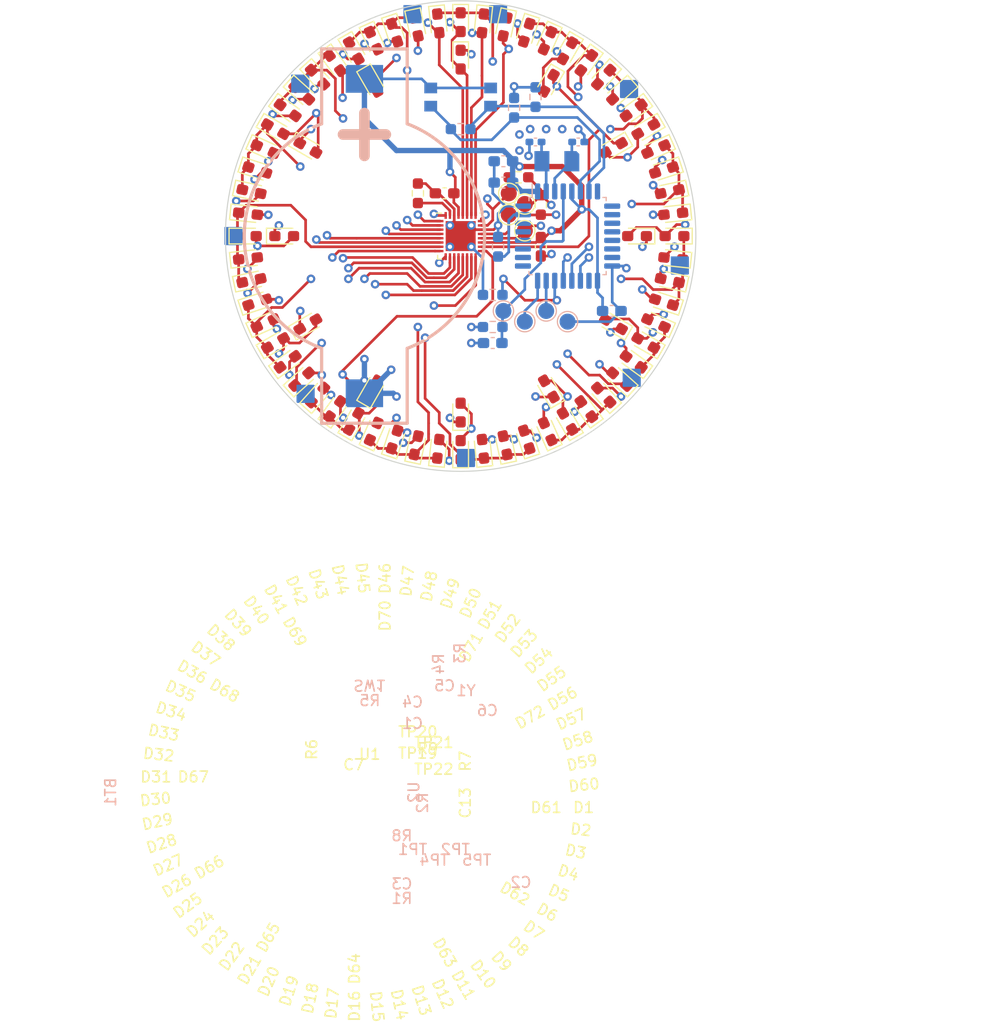
<source format=kicad_pcb>
(kicad_pcb (version 20211014) (generator pcbnew)
  (title_block (title "LED Pocketwatch Hardware") (date "2022-01-01") (rev "1"))
  (layers (0 "F.Cu" signal) (1 "In1.Cu" signal) (2 "In2.Cu" signal) (31 "B.Cu" signal) (34 "B.Paste" user) (35 "F.Paste" user) (36 "B.SilkS" user "B.Silkscreen") (37 "F.SilkS" user "F.Silkscreen") (38 "B.Mask" user) (39 "F.Mask" user) (44 "Edge.Cuts" user))
  (net 0 "")
  (net 1 "+3V3")
  (net 2 "CS1")
  (net 3 "SW1")
  (net 4 "CS2")
  (net 5 "CS3")
  (net 6 "CS4")
  (net 7 "CS5")
  (net 8 "CS6")
  (net 9 "CS7")
  (net 10 "CS8")
  (net 11 "CS9")
  (net 12 "CS10")
  (net 13 "CS11")
  (net 14 "CS12")
  (net 15 "CS13")
  (net 16 "CS14")
  (net 17 "CS15")
  (net 18 "CS16")
  (net 19 "CS17")
  (net 20 "CS18")
  (net 21 "SW2")
  (net 22 "SW3")
  (net 26 "SW4")
  (net 27 "RESET")
  (net 28 "RCC_OSC32_IN")
  (net 29 "RCC_OSC32_OUT")
  (net 30 "BOOT")
  (net 35 "GND")
  (net 36 "LED_EN")
  (net 37 "I2C_PULLUP")
  (net 38 "I2C_SDA")
  (net 39 "I2C_SCL")
  (net 41 "BTN_IN")
  (net 42 "SYS_WKUP1")
  (net 43 "R_EXT")
  (net 44 "SWDIO")
  (net 45 "SWCLK")
  (footprint "LED_SMD:LED_0603_1608Metric_Pad1.05x0.95mm_HandSolder" (layer "F.Cu") (at 159.02113 116.180339 162)
    (fp_text reference "D4")
    (fp_text value "LED")
  )
  (footprint "LED_SMD:LED_0603_1608Metric_Pad1.05x0.95mm_HandSolder" (layer "F.Cu") (at 148.249999 95.710581 -120)
    (fp_text reference "D71")
    (fp_text value "LED")
  )
  (footprint "LED_SMD:LED_0603_1608Metric_Pad1.05x0.95mm_HandSolder" (layer "F.Cu") (at 153.382612 95.137104 -132)
    (fp_text reference "D53")
    (fp_text value "LED")
  )
  (footprint "LED_SMD:LED_0603_1608Metric_Pad1.05x0.95mm_HandSolder" (layer "F.Cu") (at 125.710581 118.25 30)
    (fp_text reference "D66")
    (fp_text value "LED")
  )
  (footprint "LED_SMD:LED_0603_1608Metric_Pad1.05x0.95mm_HandSolder" (layer "F.Cu") (at 154.289419 118.249999 150)
    (fp_text reference "D62")
    (fp_text value "LED")
  )
  (footprint "LED_SMD:LED_0603_1608Metric_Pad1.05x0.95mm_HandSolder" (layer "F.Cu") (at 126.617388 95.137104 -48)
    (fp_text reference "D39")
    (fp_text value "LED")
  )
  (footprint "LED_Clock_HW:QFN-32_EP_4x4_Pitch0.4mm" (layer "F.Cu") (at 140 110)
    (fp_text reference "U1")
    (fp_text value "IS31FL3746A")
  )
  (footprint "LED_SMD:LED_0603_1608Metric_Pad1.05x0.95mm_HandSolder" (layer "F.Cu") (at 120.109563 112.090569 6)
    (fp_text reference "D30")
    (fp_text value "LED")
  )
  (footprint "LED_SMD:LED_0603_1608Metric_Pad1.05x0.95mm_HandSolder" (layer "F.Cu") (at 142.090569 129.890437 96)
    (fp_text reference "D15")
    (fp_text value "LED")
  )
  (footprint "LED_SMD:LED_0603_1608Metric_Pad1.05x0.95mm_HandSolder" (layer "F.Cu") (at 157.320508 119.999999 150)
    (fp_text reference "D6")
    (fp_text value "LED")
  )
  (footprint "LED_SMD:LED_0603_1608Metric_Pad1.05x0.95mm_HandSolder" (layer "F.Cu") (at 151.755705 93.819661 -126)
    (fp_text reference "D52")
    (fp_text value "LED")
  )
  (footprint "LED_SMD:LED_0603_1608Metric_Pad1.05x0.95mm_HandSolder" (layer "F.Cu") (at 137.909431 90.109563 -84)
    (fp_text reference "D45")
    (fp_text value "LED")
  )
  (footprint "LED_SMD:LED_0603_1608Metric_Pad1.05x0.95mm_HandSolder" (layer "F.Cu") (at 122.679492 100.000001 -30)
    (fp_text reference "D36")
    (fp_text value "LED")
  )
  (footprint "LED_SMD:LED_0603_1608Metric_Pad1.05x0.95mm_HandSolder" (layer "F.Cu") (at 123.819661 98.244295 -36)
    (fp_text reference "D37")
    (fp_text value "LED")
  )
  (footprint "TestPoint:TestPoint_Pad_D1.5mm" (layer "F.Cu") (at 146 109.5)
    (fp_text reference "TP22")
    (fp_text value "TestPoint")
  )
  (footprint "LED_SMD:LED_0603_1608Metric_Pad1.05x0.95mm_HandSolder" (layer "F.Cu") (at 157.320508 100 -150)
    (fp_text reference "D56")
    (fp_text value "LED")
  )
  (footprint "LED_SMD:LED_0603_1608Metric_Pad1.05x0.95mm_HandSolder" (layer "F.Cu") (at 158.270909 101.865268 -156)
    (fp_text reference "D57")
    (fp_text value "LED")
  )
  (footprint "LED_SMD:LED_0603_1608Metric_Pad1.05x0.95mm_HandSolder" (layer "F.Cu") (at 123.5 110)
    (fp_text reference "D67")
    (fp_text value "LED")
  )
  (footprint "LED_SMD:LED_0603_1608Metric_Pad1.05x0.95mm_HandSolder" (layer "F.Cu") (at 159.562952 105.841767 -168)
    (fp_text reference "D59")
    (fp_text value "LED")
  )
  (footprint "LED_SMD:LED_0603_1608Metric_Pad1.05x0.95mm_HandSolder" (layer "F.Cu") (at 128.244295 93.819661 -54)
    (fp_text reference "D40")
    (fp_text value "LED")
  )
  (footprint "LED_SMD:LED_0603_1608Metric_Pad1.05x0.95mm_HandSolder" (layer "F.Cu") (at 154.289419 101.75 -150)
    (fp_text reference "D72")
    (fp_text value "LED")
  )
  (footprint "LED_SMD:LED_0603_1608Metric_Pad1.05x0.95mm_HandSolder" (layer "F.Cu") (at 125.710581 101.750001 -30)
    (fp_text reference "D68")
    (fp_text value "LED")
  )
  (footprint "LED_SMD:LED_0603_1608Metric_Pad1.05x0.95mm_HandSolder" (layer "F.Cu") (at 140 130 90)
    (fp_text reference "D16")
    (fp_text value "LED")
  )
  (footprint "LED_SMD:LED_0603_1608Metric_Pad1.05x0.95mm_HandSolder" (layer "F.Cu") (at 159.02113 103.819661 -162)
    (fp_text reference "D58")
    (fp_text value "LED")
  )
  (footprint "LED_SMD:LED_0603_1608Metric_Pad1.05x0.95mm_HandSolder" (layer "F.Cu") (at 128.244295 126.180339 54)
    (fp_text reference "D22")
    (fp_text value "LED")
  )
  (footprint "LED_SMD:LED_0603_1608Metric_Pad1.05x0.95mm_HandSolder" (layer "F.Cu") (at 159.562952 114.158233 168)
    (fp_text reference "D3")
    (fp_text value "LED")
  )
  (footprint "LED_SMD:LED_0603_1608Metric_Pad1.05x0.95mm_HandSolder" (layer "F.Cu") (at 148.134732 128.270909 114)
    (fp_text reference "D12")
    (fp_text value "LED")
  )
  (footprint "LED_SMD:LED_0603_1608Metric_Pad1.05x0.95mm_HandSolder" (layer "F.Cu") (at 146.180339 90.97887 -108)
    (fp_text reference "D49")
    (fp_text value "LED")
  )
  (footprint "LED_SMD:LED_0603_1608Metric_Pad1.05x0.95mm_HandSolder" (layer "F.Cu") (at 156.180339 98.244295 -144)
    (fp_text reference "D55")
    (fp_text value "LED")
  )
  (footprint "LED_SMD:LED_0603_1608Metric_Pad1.05x0.95mm_HandSolder" (layer "F.Cu") (at 133.819661 90.97887 -72)
    (fp_text reference "D43")
    (fp_text value "LED")
  )
  (footprint "LED_SMD:LED_0603_1608Metric_Pad1.05x0.95mm_HandSolder" (layer "F.Cu") (at 159.890437 112.090569 174)
    (fp_text reference "D2")
    (fp_text value "LED")
  )
  (footprint "Resistor_SMD:R_0603_1608Metric_Pad0.98x0.95mm_HandSolder" (layer "F.Cu") (at 145.4125 104.5 180)
    (fp_text reference "R9")
    (fp_text value "10k")
  )
  (footprint "LED_SMD:LED_0603_1608Metric_Pad1.05x0.95mm_HandSolder" (layer "F.Cu") (at 153.382612 124.862896 132)
    (fp_text reference "D9")
    (fp_text value "LED")
  )
  (footprint "LED_SMD:LED_0603_1608Metric_Pad1.05x0.95mm_HandSolder" (layer "F.Cu") (at 126.617388 124.862896 48)
    (fp_text reference "D23")
    (fp_text value "LED")
  )
  (footprint "LED_SMD:LED_0603_1608Metric_Pad1.05x0.95mm_HandSolder" (layer "F.Cu") (at 150 127.320508 120)
    (fp_text reference "D11")
    (fp_text value "LED")
  )
  (footprint "LED_SMD:LED_0603_1608Metric_Pad1.05x0.95mm_HandSolder" (layer "F.Cu") (at 120.109563 107.909431 -6)
    (fp_text reference "D32")
    (fp_text value "LED")
  )
  (footprint "LED_SMD:LED_0603_1608Metric_Pad1.05x0.95mm_HandSolder" (layer "F.Cu") (at 122.679492 120 30)
    (fp_text reference "D26")
    (fp_text value "LED")
  )
  (footprint "LED_SMD:LED_0603_1608Metric_Pad1.05x0.95mm_HandSolder" (layer "F.Cu") (at 156.180339 121.755705 144)
    (fp_text reference "D7")
    (fp_text value "LED")
  )
  (footprint "LED_SMD:LED_0603_1608Metric_Pad1.05x0.95mm_HandSolder" (layer "F.Cu") (at 140 126.5 90)
    (fp_text reference "D64")
    (fp_text value "LED")
  )
  (footprint "LED_SMD:LED_0603_1608Metric_Pad1.05x0.95mm_HandSolder" (layer "F.Cu") (at 131.750001 124.289419 60)
    (fp_text reference "D65")
    (fp_text value "LED")
  )
  (footprint "LED_SMD:LED_0603_1608Metric_Pad1.05x0.95mm_HandSolder" (layer "F.Cu") (at 123.819661 121.755705 36)
    (fp_text reference "D25")
    (fp_text value "LED")
  )
  (footprint "LED_SMD:LED_0603_1608Metric_Pad1.05x0.95mm_HandSolder" (layer "F.Cu") (at 120.97887 116.180339 18)
    (fp_text reference "D28")
    (fp_text value "LED")
  )
  (footprint "LED_SMD:LED_0603_1608Metric_Pad1.05x0.95mm_HandSolder" (layer "F.Cu") (at 137.909431 129.890437 84)
    (fp_text reference "D17")
    (fp_text value "LED")
  )
  (footprint "LED_SMD:LED_0603_1608Metric_Pad1.05x0.95mm_HandSolder" (layer "F.Cu") (at 135.841767 90.437048 -78)
    (fp_text reference "D44")
    (fp_text value "LED")
  )
  (footprint "LED_SMD:LED_0603_1608Metric_Pad1.05x0.95mm_HandSolder" (layer "F.Cu") (at 131.865268 128.270909 66)
    (fp_text reference "D20")
    (fp_text value "LED")
  )
  (footprint "LED_SMD:LED_0603_1608Metric_Pad1.05x0.95mm_HandSolder" (layer "F.Cu") (at 149.999999 92.679492 -120)
    (fp_text reference "D51")
    (fp_text value "LED")
  )
  (footprint "Capacitor_SMD:C_0603_1608Metric_Pad1.08x0.95mm_HandSolder" (layer "F.Cu") (at 138.5 106 180)
    (fp_text reference "C7")
    (fp_text value "100n")
  )
  (footprint "LED_SMD:LED_0603_1608Metric_Pad1.05x0.95mm_HandSolder" (layer "F.Cu") (at 140 90 -90)
    (fp_text reference "D46")
    (fp_text value "LED")
  )
  (footprint "LED_SMD:LED_0603_1608Metric_Pad1.05x0.95mm_HandSolder" (layer "F.Cu") (at 144.158233 90.437048 -102)
    (fp_text reference "D48")
    (fp_text value "LED")
  )
  (footprint "Resistor_SMD:R_0603_1608Metric_Pad0.98x0.95mm_HandSolder" (layer "F.Cu") (at 136 106 90)
    (fp_text reference "R6")
    (fp_text value "20k")
  )
  (footprint "LED_SMD:LED_0603_1608Metric_Pad1.05x0.95mm_HandSolder" (layer "F.Cu") (at 121.729091 118.134732 24)
    (fp_text reference "D27")
    (fp_text value "LED")
  )
  (footprint "LED_SMD:LED_0603_1608Metric_Pad1.05x0.95mm_HandSolder" (layer "F.Cu") (at 142.090569 90.109563 -96)
    (fp_text reference "D47")
    (fp_text value "LED")
  )
  (footprint "LED_SMD:LED_0603_1608Metric_Pad1.05x0.95mm_HandSolder" (layer "F.Cu") (at 158.270909 118.134732 156)
    (fp_text reference "D5")
    (fp_text value "LED")
  )
  (footprint "LED_SMD:LED_0603_1608Metric_Pad1.05x0.95mm_HandSolder" (layer "F.Cu") (at 148.25 124.289419 120)
    (fp_text reference "D63")
    (fp_text value "LED")
  )
  (footprint "Resistor_SMD:R_0603_1608Metric_Pad0.98x0.95mm_HandSolder" (layer "F.Cu") (at 147.5 107.0875 -90)
    (fp_text reference "R7")
    (fp_text value "10k")
  )
  (footprint "TestPoint:TestPoint_Pad_D1.5mm" (layer "F.Cu") (at 146 107)
    (fp_text reference "TP21")
    (fp_text value "TestPoint")
  )
  (footprint "LED_SMD:LED_0603_1608Metric_Pad1.05x0.95mm_HandSolder" (layer "F.Cu") (at 130.000001 127.320508 60)
    (fp_text reference "D21")
    (fp_text value "LED")
  )
  (footprint "LED_SMD:LED_0603_1608Metric_Pad1.05x0.95mm_HandSolder" (layer "F.Cu") (at 135.841767 129.562952 78)
    (fp_text reference "D18")
    (fp_text value "LED")
  )
  (footprint "TestPoint:TestPoint_Pad_D1.5mm" (layer "F.Cu") (at 144.5 106)
    (fp_text reference "TP20")
    (fp_text value "TestPoint")
  )
  (footprint "LED_SMD:LED_0603_1608Metric_Pad1.05x0.95mm_HandSolder" (layer "F.Cu") (at 120.437048 105.841767 -12)
    (fp_text reference "D33")
    (fp_text value "LED")
  )
  (footprint "LED_SMD:LED_0603_1608Metric_Pad1.05x0.95mm_HandSolder" (layer "F.Cu") (at 125.137104 123.382612 42)
    (fp_text reference "D24")
    (fp_text value "LED")
  )
  (footprint "LED_SMD:LED_0603_1608Metric_Pad1.05x0.95mm_HandSolder" (layer "F.Cu") (at 133.819661 129.02113 72)
    (fp_text reference "D19")
    (fp_text value "LED")
  )
  (footprint "LED_SMD:LED_0603_1608Metric_Pad1.05x0.95mm_HandSolder" (layer "F.Cu") (at 120 110)
    (fp_text reference "D31")
    (fp_text value "LED")
  )
  (footprint "LED_SMD:LED_0603_1608Metric_Pad1.05x0.95mm_HandSolder" (layer "F.Cu") (at 148.134732 91.729091 -114)
    (fp_text reference "D50")
    (fp_text value "LED")
  )
  (footprint "LED_SMD:LED_0603_1608Metric_Pad1.05x0.95mm_HandSolder" (layer "F.Cu") (at 121.729091 101.865268 -24)
    (fp_text reference "D35")
    (fp_text value "LED")
  )
  (footprint "LED_SMD:LED_0603_1608Metric_Pad1.05x0.95mm_HandSolder" (layer "F.Cu") (at 154.862896 123.382612 138)
    (fp_text reference "D8")
    (fp_text value "LED")
  )
  (footprint "TestPoint:TestPoint_Pad_D1.5mm" (layer "F.Cu") (at 144.5 108)
    (fp_text reference "TP19")
    (fp_text value "TestPoint")
  )
  (footprint "LED_SMD:LED_0603_1608Metric_Pad1.05x0.95mm_HandSolder" (layer "F.Cu") (at 120.437048 114.158233 12)
    (fp_text reference "D29")
    (fp_text value "LED")
  )
  (footprint "LED_SMD:LED_0603_1608Metric_Pad1.05x0.95mm_HandSolder" (layer "F.Cu") (at 160 110 180)
    (fp_text reference "D1")
    (fp_text value "LED")
  )
  (footprint "LED_SMD:LED_0603_1608Metric_Pad1.05x0.95mm_HandSolder" (layer "F.Cu") (at 120.97887 103.819661 -18)
    (fp_text reference "D34")
    (fp_text value "LED")
  )
  (footprint "LED_SMD:LED_0603_1608Metric_Pad1.05x0.95mm_HandSolder" (layer "F.Cu") (at 156.5 110 180)
    (fp_text reference "D61")
    (fp_text value "LED")
  )
  (footprint "LED_SMD:LED_0603_1608Metric_Pad1.05x0.95mm_HandSolder" (layer "F.Cu") (at 131.75 95.710581 -60)
    (fp_text reference "D69")
    (fp_text value "LED")
  )
  (footprint "LED_SMD:LED_0603_1608Metric_Pad1.05x0.95mm_HandSolder" (layer "F.Cu") (at 140 93.5 -90)
    (fp_text reference "D70")
    (fp_text value "LED")
  )
  (footprint "LED_SMD:LED_0603_1608Metric_Pad1.05x0.95mm_HandSolder" (layer "F.Cu") (at 154.862896 96.617388 -138)
    (fp_text reference "D54")
    (fp_text value "LED")
  )
  (footprint "Capacitor_SMD:C_0603_1608Metric_Pad1.08x0.95mm_HandSolder" (layer "F.Cu") (at 147.5 111 -90)
    (fp_text reference "C13")
    (fp_text value "1u")
  )
  (footprint "LED_SMD:LED_0603_1608Metric_Pad1.05x0.95mm_HandSolder" (layer "F.Cu") (at 144.158233 129.562952 102)
    (fp_text reference "D14")
    (fp_text value "LED")
  )
  (footprint "LED_SMD:LED_0603_1608Metric_Pad1.05x0.95mm_HandSolder" (layer "F.Cu") (at 159.890437 107.909431 -174)
    (fp_text reference "D60")
    (fp_text value "LED")
  )
  (footprint "LED_SMD:LED_0603_1608Metric_Pad1.05x0.95mm_HandSolder" (layer "F.Cu") (at 151.755705 126.180339 126)
    (fp_text reference "D10")
    (fp_text value "LED")
  )
  (footprint "LED_SMD:LED_0603_1608Metric_Pad1.05x0.95mm_HandSolder" (layer "F.Cu") (at 131.865268 91.729091 -66)
    (fp_text reference "D42")
    (fp_text value "LED")
  )
  (footprint "LED_SMD:LED_0603_1608Metric_Pad1.05x0.95mm_HandSolder" (layer "F.Cu") (at 130 92.679492 -60)
    (fp_text reference "D41")
    (fp_text value "LED")
  )
  (footprint "LED_SMD:LED_0603_1608Metric_Pad1.05x0.95mm_HandSolder" (layer "F.Cu") (at 146.180339 129.02113 108)
    (fp_text reference "D13")
    (fp_text value "LED")
  )
  (footprint "LED_SMD:LED_0603_1608Metric_Pad1.05x0.95mm_HandSolder" (layer "F.Cu") (at 125.137104 96.617388 -42)
    (fp_text reference "D38")
    (fp_text value "LED")
  )
  (footprint "Capacitor_SMD:C_0603_1608Metric_Pad1.08x0.95mm_HandSolder" (layer "B.Cu") (at 143 120 180)
    (fp_text reference "C3")
    (fp_text value "100n")
  )
  (footprint "Capacitor_SMD:C_0603_1608Metric_Pad1.08x0.95mm_HandSolder" (layer "B.Cu") (at 154.1375 117)
    (fp_text reference "C2")
    (fp_text value "100n")
  )
  (footprint "Resistor_SMD:R_0603_1608Metric_Pad0.98x0.95mm_HandSolder" (layer "B.Cu") (at 147 97 90)
    (fp_text reference "R3")
    (fp_text value "100k")
  )
  (footprint "LED_PW_HW_Library:Switch-DifferentPadNr" (layer "B.Cu") (at 140 97)
    (fp_text reference "SW1")
    (fp_text value "SW_MEC_5E")
  )
  (footprint "LED_PW_HW_Library:ECX-34Q" (layer "B.Cu") (at 149 103 180)
    (fp_text reference "Y1")
    (fp_text value "Crystal")
  )
  (footprint "Resistor_SMD:R_0603_1608Metric_Pad0.98x0.95mm_HandSolder" (layer "B.Cu") (at 143 115.5 180)
    (fp_text reference "R8")
    (fp_text value "100k")
  )
  (footprint "Resistor_SMD:R_0603_1608Metric_Pad0.98x0.95mm_HandSolder" (layer "B.Cu") (at 145 98 90)
    (fp_text reference "R4")
    (fp_text value "100k")
  )
  (footprint "TestPoint:TestPoint_Pad_D1.5mm" (layer "B.Cu") (at 148 117 180)
    (fp_text reference "TP2")
    (fp_text value "TestPoint")
  )
  (footprint "Capacitor_SMD:C_0402_1005Metric_Pad0.74x0.62mm_HandSolder" (layer "B.Cu") (at 147 101.2 180)
    (fp_text reference "C5")
    (fp_text value "4p3")
  )
  (footprint "TestPoint:TestPoint_Pad_D1.5mm" (layer "B.Cu") (at 150 118 180)
    (fp_text reference "TP5")
    (fp_text value "TestPoint")
  )
  (footprint "Resistor_SMD:R_0603_1608Metric_Pad0.98x0.95mm_HandSolder" (layer "B.Cu") (at 143.5 111 90)
    (fp_text reference "R2")
    (fp_text value "100k")
  )
  (footprint "TestPoint:TestPoint_Pad_D1.5mm" (layer "B.Cu") (at 146 118 180)
    (fp_text reference "TP4")
    (fp_text value "TestPoint")
  )
  (footprint "Resistor_SMD:R_0603_1608Metric_Pad0.98x0.95mm_HandSolder" (layer "B.Cu") (at 140 100)
    (fp_text reference "R5")
    (fp_text value "n.b.")
  )
  (footprint "TestPoint:TestPoint_Pad_D1.5mm" (layer "B.Cu") (at 144 117 180)
    (fp_text reference "TP1")
    (fp_text value "TestPoint")
  )
  (footprint "Package_QFP:LQFP-32_7x7mm_P0.8mm" (layer "B.Cu") (at 150 110 -90)
    (fp_text reference "U2")
    (fp_text value "STM32L031K6Tx")
  )
  (footprint "Resistor_SMD:R_0603_1608Metric_Pad0.98x0.95mm_HandSolder" (layer "B.Cu") (at 143 118.5)
    (fp_text reference "R1")
    (fp_text value "100k")
  )
  (footprint "Capacitor_SMD:C_0603_1608Metric_Pad1.08x0.95mm_HandSolder" (layer "B.Cu") (at 144 103 180)
    (fp_text reference "C4")
    (fp_text value "1u")
  )
  (footprint "Capacitor_SMD:C_0603_1608Metric_Pad1.08x0.95mm_HandSolder" (layer "B.Cu") (at 144 105 180)
    (fp_text reference "C1")
    (fp_text value "100n")
  )
  (footprint "LED_PW_HW_Library:SMTU2032-LF" (layer "B.Cu") (at 131 110 -90)
    (fp_text reference "BT1")
    (fp_text value "Battery_Holder")
  )
  (footprint "Capacitor_SMD:C_0402_1005Metric_Pad0.74x0.62mm_HandSolder" (layer "B.Cu") (at 151 101.2)
    (fp_text reference "C6")
    (fp_text value "4p3")
  )
  (gr_rect (start 124.25 95) (end 125.75 96.5) (layer "B.Cu") (width 0.2) (fill solid))
  (gr_rect (start 118 109.25) (end 119.5 110.75) (layer "B.Cu") (width 0.2) (fill solid))
  (gr_rect (start 134.75 88.5) (end 136.25 90) (layer "B.Cu") (width 0.2) (fill solid))
  (gr_rect (start 142.75 88.5) (end 144.25 90) (layer "B.Cu") (width 0.2) (fill solid))
  (gr_rect (start 159.75 112) (end 161.25 113.5) (layer "B.Cu") (width 0.2) (fill solid))
  (gr_rect (start 155 95.5) (end 156.5 97) (layer "B.Cu") (width 0.2) (fill solid))
  (gr_rect (start 124.75 124) (end 126.25 125.5) (layer "B.Cu") (width 0.2) (fill solid))
  (gr_rect (start 139.75 130) (end 141.25 131.5) (layer "B.Cu") (width 0.2) (fill solid))
  (gr_rect (start 155.25 122.5) (end 156.75 124) (layer "B.Cu") (width 0.2) (fill solid))
  (gr_circle (center 140 110) (end 140 88) (layer "Edge.Cuts") (width 0.1) (fill none))
  (segment (start 139.8 108.07) (end 139.8 107.3) (width 0.25) (layer "F.Cu") (net 1))
  (segment (start 149.3255 109.5) (end 148.5 109.5) (width 0.5) (layer "F.Cu") (net 1))
  (segment (start 139.3625 106.8625) (end 139.3625 106) (width 0.25) (layer "F.Cu") (net 1))
  (segment (start 145.5 103.5) (end 149.5 103.5) (width 0.5) (layer "F.Cu") (net 1))
  (segment (start 139.5 105.8625) (end 139.3625 106) (width 0.25) (layer "F.Cu") (net 1))
  (segment (start 151.3255 107.5) (end 149.3255 109.5) (width 0.5) (layer "F.Cu") (net 1))
  (segment (start 147.0375 110.6) (end 147.5 110.1375) (width 0.25) (layer "F.Cu") (net 1))
  (segment (start 141.93 110.6) (end 147.0375 110.6) (width 0.25) (layer "F.Cu") (net 1))
  (segment (start 139.5 104.5) (end 139.5 105.8625) (width 0.25) (layer "F.Cu") (net 1))
  (segment (start 147.8625 110.1375) (end 148.5 109.5) (width 0.25) (layer "F.Cu") (net 1))
  (segment (start 147.5 110.1375) (end 147.8625 110.1375) (width 0.25) (layer "F.Cu") (net 1))
  (segment (start 149.5 103.5) (end 151.3255 105.3255) (width 0.5) (layer "F.Cu") (net 1))
  (segment (start 151.3255 105.3255) (end 151.3255 107.5) (width 0.5) (layer "F.Cu") (net 1))
  (segment (start 139.8 107.3) (end 139.3625 106.8625) (width 0.25) (layer "F.Cu") (net 1))
  (segment (start 139 104) (end 139.5 104.5) (width 0.25) (layer "F.Cu") (net 1))
  (via (at 141 118.5) (size 0.8) (drill 0.4) (layers "F.Cu" "B.Cu") (net 1))
  (via (at 148.5 109.5) (size 0.8) (drill 0.4) (layers "F.Cu" "B.Cu") (net 1))
  (via (at 151.3255 107.5) (size 0.8) (drill 0.4) (layers "F.Cu" "B.Cu") (net 1))
  (via (at 139 104) (size 0.8) (drill 0.4) (layers "F.Cu" "B.Cu") (net 1))
  (via (at 145.5 103.5) (size 0.8) (drill 0.4) (layers "F.Cu" "B.Cu") (net 1))
  (segment (start 142.0875 118.5) (end 141 118.5) (width 0.25) (layer "B.Cu") (net 1))
  (segment (start 150.4 105.825) (end 150.4 106.5745) (width 0.25) (layer "B.Cu") (net 1))
  (segment (start 152.8 108.3) (end 152 107.5) (width 0.25) (layer "B.Cu") (net 1))
  (segment (start 134 102) (end 139 102) (width 0.5) (layer "B.Cu") (net 1))
  (segment (start 139 102) (end 144 102) (width 0.5) (layer "B.Cu") (net 1))
  (segment (start 144 102) (end 144.8625 102.8625) (width 0.5) (layer "B.Cu") (net 1))
  (segment (start 131 99) (end 134 102) (width 0.5) (layer "B.Cu") (net 1))
  (segment (start 145.6875 105.825) (end 144.8625 105) (width 0.5) (layer "B.Cu") (net 1))
  (segment (start 152 107.5) (end 151.3255 107.5) (width 0.25) (layer "B.Cu") (net 1))
  (segment (start 131 95.3) (end 136.35 95.3) (width 0.25) (layer "B.Cu") (net 1))
  (segment (start 144.8625 103) (end 144.8625 105) (width 0.5) (layer "B.Cu") (net 1))
  (segment (start 152.8 115.3) (end 153.275 115.775) (width 0.25) (layer "B.Cu") (net 1))
  (segment (start 144.8625 103) (end 145 103) (width 0.5) (layer "B.Cu") (net 1))
  (segment (start 136.35 95.3) (end 137.2 96.15) (width 0.25) (layer "B.Cu") (net 1))
  (segment (start 153.275 115.775) (end 153.275 117) (width 0.25) (layer "B.Cu") (net 1))
  (segment (start 144.8625 102.8625) (end 144.8625 103) (width 0.5) (layer "B.Cu") (net 1))
  (segment (start 147.2 105.825) (end 145.6875 105.825) (width 0.5) (layer "B.Cu") (net 1))
  (segment (start 131 95.3) (end 131 99) (width 0.5) (layer "B.Cu") (net 1))
  (segment (start 152.8 114.175) (end 152.8 108.3) (width 0.25) (layer "B.Cu") (net 1))
  (segment (start 139 102) (end 139 104) (width 0.5) (layer "B.Cu") (net 1))
  (segment (start 150.4 106.5745) (end 151.3255 107.5) (width 0.25) (layer "B.Cu") (net 1))
  (segment (start 137.2 96.15) (end 142.8 96.15) (width 0.25) (layer "B.Cu") (net 1))
  (segment (start 152.8 114.175) (end 152.8 115.3) (width 0.25) (layer "B.Cu") (net 1))
  (segment (start 145 103) (end 145.5 103.5) (width 0.5) (layer "B.Cu") (net 1))
  (segment (start 138.6 108.07) (end 137.6445 108.07) (width 0.25) (layer "F.Cu") (net 2))
  (segment (start 158 115) (end 157 114) (width 0.25) (layer "F.Cu") (net 2))
  (segment (start 157 114) (end 155 114) (width 0.25) (layer "F.Cu") (net 2))
  (segment (start 160.760644 112.182031) (end 160.760644 113.998343) (width 0.25) (layer "F.Cu") (net 2))
  (segment (start 159.758987 115) (end 158 115) (width 0.25) (layer "F.Cu") (net 2))
  (segment (start 160.418831 115.885202) (end 159.853304 116.450729) (width 0.25) (layer "F.Cu") (net 2))
  (segment (start 160.875 112.067675) (end 160.760644 112.182031) (width 0.25) (layer "F.Cu") (net 2))
  (segment (start 160.760644 113.998343) (end 160.418831 114.340156) (width 0.25) (layer "F.Cu") (net 2))
  (segment (start 160.875 110) (end 160.875 112.067675) (width 0.25) (layer "F.Cu") (net 2))
  (segment (start 160.418831 114.340156) (end 160.418831 115.885202) (width 0.25) (layer "F.Cu") (net 2))
  (segment (start 160.418831 114.340156) (end 159.758987 115) (width 0.25) (layer "F.Cu") (net 2))
  (segment (start 137.6445 108.07) (end 137.5 107.9255) (width 0.25) (layer "F.Cu") (net 2))
  (via (at 137.5 107.9255) (size 0.8) (drill 0.4) (layers "F.Cu" "B.Cu") (net 2))
  (via (at 155 114) (size 0.8) (drill 0.4) (layers "F.Cu" "B.Cu") (net 2))
  (segment (start 132.248208 123.592354) (end 132.187501 123.531647) (width 0.25) (layer "F.Cu") (net 3))
  (segment (start 132.248208 125.751792) (end 132.248208 123.592354) (width 0.25) (layer "F.Cu") (net 3))
  (segment (start 145.321534 91.222629) (end 145.321534 90.127041) (width 0.25) (layer "F.Cu") (net 3))
  (segment (start 152.797123 124.212644) (end 154.212644 124.212644) (width 0.25) (layer "F.Cu") (net 3))
  (segment (start 140.2 96.2) (end 138.000893 94.000893) (width 0.25) (layer "F.Cu") (net 3))
  (segment (start 121.292927 113.97631) (end 121.292927 114.1127) (width 0.25) (layer "F.Cu") (net 3))
  (segment (start 138.000893 129.02023) (end 138.9255 129.944837) (width 0.25) (layer "F.Cu") (net 3))
  (segment (start 120.601208 106.715409) (end 119.012289 106.715409) (width 0.25) (layer "F.Cu") (net 3))
  (segment (start 157.92574 117.324654) (end 158.994951 117.324654) (width 0.25) (layer "F.Cu") (net 3))
  (segment (start 160.1995 108.9255) (end 161 108.9255) (width 0.25) (layer "F.Cu") (net 3))
  (segment (start 121.292927 106.02369) (end 120.601208 106.715409) (width 0.25) (layer "F.Cu") (net 3))
  (segment (start 130.4375 93.437264) (end 130.359947 93.514817) (width 0.25) (layer "F.Cu") (net 3))
  (segment (start 159.125 110) (end 160.1995 108.9255) (width 0.25) (layer "F.Cu") (net 3))
  (segment (start 124 122.95863) (end 124 121.768944) (width 0.25) (layer "F.Cu") (net 3))
  (segment (start 154.212644 124.212644) (end 155 125) (width 0.25) (layer "F.Cu") (net 3))
  (segment (start 157.471557 101.532137) (end 158.367379 100.636315) (width 0.25) (layer "F.Cu") (net 3))
  (segment (start 159.125 110) (end 158.32548 109.20048) (width 0.25) (layer "F.Cu") (net 3))
  (segment (start 138.9255 129.944837) (end 138.9255 131) (width 0.25) (layer "F.Cu") (net 3))
  (segment (start 130.359947 93.514817) (end 130.359947 95.282862) (width 0.25) (layer "F.Cu") (net 3))
  (segment (start 152.797123 95.787356) (end 152.797123 94.161507) (width 0.25) (layer "F.Cu") (net 3))
  (segment (start 130.437501 126.562736) (end 131.437264 126.562736) (width 0.25) (layer "F.Cu") (net 3))
  (segment (start 156.42452 109.20048) (end 155.625 110) (width 0.25) (layer "F.Cu") (net 3))
  (segment (start 152.797123 94.161507) (end 152.978231 93.980399) (width 0.25) (layer "F.Cu") (net 3))
  (segment (start 138.000893 90.97977) (end 137.871319 90.97977) (width 0.25) (layer "F.Cu") (net 3))
  (segment (start 130.359947 95.282862) (end 131.545438 96.468353) (width 0.25) (layer "F.Cu") (net 3))
  (segment (start 124 121.768944) (end 124.527551 121.241393) (width 0.25) (layer "F.Cu") (net 3))
  (segment (start 121.292927 114.1127) (end 120.071105 115.334522) (width 0.25) (layer "F.Cu") (net 3))
  (segment (start 130.517322 126.642557) (end 130.517322 128.656684) (width 0.25) (layer "F.Cu") (net 3))
  (segment (start 130.437501 126.562736) (end 130.517322 126.642557) (width 0.25) (layer "F.Cu") (net 3))
  (segment (start 157.471557 117.778837) (end 157.92574 117.324654) (width 0.25) (layer "F.Cu") (net 3))
  (segment (start 130.4375 93.437264) (end 129.437264 93.437264) (width 0.25) (layer "F.Cu") (net 3))
  (segment (start 137.871319 90.97977) (end 136.937504 90.045955) (width 0.25) (layer "F.Cu") (net 3))
  (segment (start 157.471557 102.221163) (end 157.471557 101.532137) (width 0.25) (layer "F.Cu") (net 3))
  (segment (start 138.000893 94.000893) (end 138.000893 90.97977) (width 0.25) (layer "F.Cu") (net 3))
  (segment (start 158.32548 109.20048) (end 156.42452 109.20048) (width 0.25) (layer "F.Cu") (net 3))
  (segment (start 145.909949 128.188956) (end 146.447753 128.188956) (width 0.25) (layer "F.Cu") (net 3))
  (segment (start 123.980399 122.978231) (end 124 122.95863) (width 0.25) (layer "F.Cu") (net 3))
  (segment (start 131.545438 96.468353) (end 132.1875 96.468353) (width 0.25) (layer "F.Cu") (net 3))
  (segment (start 131.437264 126.562736) (end 132.248208 125.751792) (width 0.25) (layer "F.Cu") (net 3))
  (segment (start 140.2 108.07) (end 140.2 96.2) (width 0.25) (layer "F.Cu") (net 3))
  (segment (start 124.527551 98.758607) (end 122.565598 98.758607) (width 0.25) (layer "F.Cu") (net 3))
  (segment (start 122.565598 98.758607) (end 122.411596 98.604605) (width 0.25) (layer "F.Cu") (net 3))
  (segment (start 145.909949 91.811044) (end 145.321534 91.222629) (width 0.25) (layer "F.Cu") (net 3))
  (segment (start 129.437264 93.437264) (end 129 93) (width 0.25) (layer "F.Cu") (net 3))
  (segment (start 146.447753 128.188956) (end 147.116124 128.857327) (width 0.25) (layer "F.Cu") (net 3))
  (via (at 147.116124 128.857327) (size 0.8) (drill 0.4) (layers "F.Cu" "B.Cu") (net 3))
  (via (at 129 93) (size 0.8) (drill 0.4) (layers "F.Cu" "B.Cu") (net 3))
  (via (at 155 125) (size 0.8) (drill 0.4) (layers "F.Cu" "B.Cu") (net 3))
  (via (at 158.367379 100.636315) (size 0.8) (drill 0.4) (layers "F.Cu" "B.Cu") (net 3))
  (via (at 120.071105 115.334522) (size 0.8) (drill 0.4) (layers "F.Cu" "B.Cu") (net 3))
  (via (at 152.978231 93.980399) (size 0.8) (drill 0.4) (layers "F.Cu" "B.Cu") (net 3))
  (via (at 145.321534 90.127041) (size 0.8) (drill 0.4) (layers "F.Cu" "B.Cu") (net 3))
  (via (at 130.517322 128.656684) (size 0.8) (drill 0.4) (layers "F.Cu" "B.Cu") (net 3))
  (via (at 136.937504 90.045955) (size 0.8) (drill 0.4) (layers "F.Cu" "B.Cu") (net 3))
  (via (at 122.411596 98.604605) (size 0.8) (drill 0.4) (layers "F.Cu" "B.Cu") (net 3))
  (via (at 161 108.9255) (size 0.8) (drill 0.4) (layers "F.Cu" "B.Cu") (net 3))
  (via (at 123.980399 122.978231) (size 0.8) (drill 0.4) (layers "F.Cu" "B.Cu") (net 3))
  (via (at 138.9255 131) (size 0.8) (drill 0.4) (layers "F.Cu" "B.Cu") (net 3))
  (via (at 119.012289 106.715409) (size 0.8) (drill 0.4) (layers "F.Cu" "B.Cu") (net 3))
  (via (at 158.994951 117.324654) (size 0.8) (drill 0.4) (layers "F.Cu" "B.Cu") (net 3))
  (segment (start 158.07828 120.437499) (end 158.07828 121.079966) (width 0.25) (layer "F.Cu") (net 4))
  (segment (start 138.07 108.6) (end 136.6 108.6) (width 0.25) (layer "F.Cu") (net 4))
  (segment (start 156.888229 122.59302) (end 155.513148 123.968101) (width 0.25) (layer "F.Cu") (net 4))
  (segment (start 159.070261 118.490627) (end 159.070261 119.445518) (width 0.25) (layer "F.Cu") (net 4))
  (segment (start 153 123) (end 152 123) (width 0.25) (layer "F.Cu") (net 4))
  (segment (start 155.358171 123.813124) (end 153.813125 123.813125) (width 0.25) (layer "F.Cu") (net 4))
  (segment (start 156.888229 122.270017) (end 156.888229 122.59302) (width 0.25) (layer "F.Cu") (net 4))
  (segment (start 136.6 108.6) (end 136 108) (width 0.25) (layer "F.Cu") (net 4))
  (segment (start 155.513148 123.968101) (end 155.358171 123.813124) (width 0.25) (layer "F.Cu") (net 4))
  (segment (start 158.07828 121.079966) (end 156.888229 122.270017) (width 0.25) (layer "F.Cu") (net 4))
  (segment (start 159.070261 119.445518) (end 158.07828 120.437499) (width 0.25) (layer "F.Cu") (net 4))
  (segment (start 152 123) (end 150 121) (width 0.25) (layer "F.Cu") (net 4))
  (segment (start 153.813125 123.813125) (end 153 123) (width 0.25) (layer "F.Cu") (net 4))
  (via (at 150 121) (size 0.8) (drill 0.4) (layers "F.Cu" "B.Cu") (net 4))
  (via (at 136 108) (size 0.8) (drill 0.4) (layers "F.Cu" "B.Cu") (net 4))
  (segment (start 152.270017 126.888229) (end 152.59302 126.888229) (width 0.25) (layer "F.Cu") (net 5))
  (segment (start 153.240625 126.240625) (end 149 122) (width 0.25) (layer "F.Cu") (net 5))
  (segment (start 135.5 109) (end 135 108.5) (width 0.25) (layer "F.Cu") (net 5))
  (segment (start 153.240625 126.240625) (end 153.968101 125.513148) (width 0.25) (layer "F.Cu") (net 5))
  (segment (start 148.490627 129.070261) (end 149.445519 129.070261) (width 0.25) (layer "F.Cu") (net 5))
  (segment (start 149.445519 129.070261) (end 150.4375 128.07828) (width 0.25) (layer "F.Cu") (net 5))
  (segment (start 152.59302 126.888229) (end 153.240625 126.240625) (width 0.25) (layer "F.Cu") (net 5))
  (segment (start 151.079966 128.07828) (end 152.270017 126.888229) (width 0.25) (layer "F.Cu") (net 5))
  (segment (start 138.07 109) (end 135.5 109) (width 0.25) (layer "F.Cu") (net 5))
  (segment (start 150.4375 128.07828) (end 151.079966 128.07828) (width 0.25) (layer "F.Cu") (net 5))
  (via (at 149 122) (size 0.8) (drill 0.4) (layers "F.Cu" "B.Cu") (net 5))
  (via (at 135 108.5) (size 0.8) (drill 0.4) (layers "F.Cu" "B.Cu") (net 5))
  (segment (start 139 128.5) (end 139 129.454331) (width 0.25) (layer "F.Cu") (net 6))
  (segment (start 144.340156 130.418831) (end 145.885202 130.418831) (width 0.25) (layer "F.Cu") (net 6))
  (segment (start 134.4 109.4) (end 134 109) (width 0.25) (layer "F.Cu") (net 6))
  (segment (start 140 130.454331) (end 140 130.875) (width 0.25) (layer "F.Cu") (net 6))
  (segment (start 142.067675 130.875) (end 142.182031 130.760644) (width 0.25) (layer "F.Cu") (net 6))
  (segment (start 142.182031 130.760644) (end 143.998343 130.760644) (width 0.25) (layer "F.Cu") (net 6))
  (segment (start 138.07 109.4) (end 134.4 109.4) (width 0.25) (layer "F.Cu") (net 6))
  (segment (start 138 127.5) (end 139 128.5) (width 0.25) (layer "F.Cu") (net 6))
  (segment (start 145.885202 130.418831) (end 146.450729 129.853304) (width 0.25) (layer "F.Cu") (net 6))
  (segment (start 143.998343 130.760644) (end 144.340156 130.418831) (width 0.25) (layer "F.Cu") (net 6))
  (segment (start 136.6745 119.5) (end 136.6745 125.1745) (width 0.25) (layer "F.Cu") (net 6))
  (segment (start 139 129.454331) (end 140 130.454331) (width 0.25) (layer "F.Cu") (net 6))
  (segment (start 138 126.5) (end 138 127.5) (width 0.25) (layer "F.Cu") (net 6))
  (segment (start 136.6745 125.1745) (end 138 126.5) (width 0.25) (layer "F.Cu") (net 6))
  (segment (start 140 130.875) (end 142.067675 130.875) (width 0.25) (layer "F.Cu") (net 6))
  (via (at 136.6745 119.5) (size 0.8) (drill 0.4) (layers "F.Cu" "B.Cu") (net 6))
  (via (at 134 109) (size 0.8) (drill 0.4) (layers "F.Cu" "B.Cu") (net 6))
  (segment (start 137 126.5) (end 136 125.5) (width 0.25) (layer "F.Cu") (net 7))
  (segment (start 135.659844 130.418831) (end 134.114798 130.418831) (width 0.25) (layer "F.Cu") (net 7))
  (segment (start 133.549271 129.853304) (end 132.292416 129.853304) (width 0.25) (layer "F.Cu") (net 7))
  (segment (start 137.817969 130.760644) (end 136.001657 130.760644) (width 0.25) (layer "F.Cu") (net 7))
  (segment (start 132.292416 129.853304) (end 131.509373 129.070261) (width 0.25) (layer "F.Cu") (net 7))
  (segment (start 137 128.5) (end 137 127.5) (width 0.25) (layer "F.Cu") (net 7))
  (segment (start 137 129.078675) (end 137 128.5) (width 0.25) (layer "F.Cu") (net 7))
  (segment (start 136.001657 130.760644) (end 135.659844 130.418831) (width 0.25) (layer "F.Cu") (net 7))
  (segment (start 137 127.5) (end 137 126.5) (width 0.25) (layer "F.Cu") (net 7))
  (segment (start 135.659844 130.418831) (end 137 129.078675) (width 0.25) (layer "F.Cu") (net 7))
  (segment (start 136 125.5) (end 136 118.5) (width 0.25) (layer "F.Cu") (net 7))
  (segment (start 133.3 109.8) (end 133 109.5) (width 0.25) (layer "F.Cu") (net 7))
  (segment (start 138.07 109.8) (end 133.3 109.8) (width 0.25) (layer "F.Cu") (net 7))
  (segment (start 134.114798 130.418831) (end 133.549271 129.853304) (width 0.25) (layer "F.Cu") (net 7))
  (via (at 136 118.5) (size 0.8) (drill 0.4) (layers "F.Cu" "B.Cu") (net 7))
  (via (at 133 109.5) (size 0.8) (drill 0.4) (layers "F.Cu" "B.Cu") (net 7))
  (segment (start 138.07 110.2) (end 130.2745 110.2) (width 0.25) (layer "F.Cu") (net 8))
  (segment (start 124.65491 122.271489) (end 126.926399 120) (width 0.25) (layer "F.Cu") (net 8))
  (segment (start 127.729983 126.888229) (end 127.40698 126.888229) (width 0.25) (layer "F.Cu") (net 8))
  (segment (start 124.486852 123.968101) (end 124.65491 123.800043) (width 0.25) (layer "F.Cu") (net 8))
  (segment (start 128.920034 128.07828) (end 127.729983 126.888229) (width 0.25) (layer "F.Cu") (net 8))
  (segment (start 127.7745 110.2) (end 127.5 109.9255) (width 0.25) (layer "F.Cu") (net 8))
  (segment (start 124.65491 123.800043) (end 124.65491 122.271489) (width 0.25) (layer "F.Cu") (net 8))
  (segment (start 129.562501 128.07828) (end 128.920034 128.07828) (width 0.25) (layer "F.Cu") (net 8))
  (segment (start 126.926399 120) (end 127 120) (width 0.25) (layer "F.Cu") (net 8))
  (segment (start 130.2745 110.2) (end 127.7745 110.2) (width 0.25) (layer "F.Cu") (net 8))
  (segment (start 127.40698 126.888229) (end 126.031899 125.513148) (width 0.25) (layer "F.Cu") (net 8))
  (segment (start 126.031899 125.513148) (end 124.486852 123.968101) (width 0.25) (layer "F.Cu") (net 8))
  (via (at 127 120) (size 0.8) (drill 0.4) (layers "F.Cu" "B.Cu") (net 8))
  (via (at 127.5 109.9255) (size 0.8) (drill 0.4) (layers "F.Cu" "B.Cu") (net 8))
  (segment (start 120.929739 118.070261) (end 122.325489 116.674511) (width 0.25) (layer "F.Cu") (net 9))
  (segment (start 126.7745 110.6) (end 126.5 110.3255) (width 0.25) (layer "F.Cu") (net 9))
  (segment (start 122.325489 116.674511) (end 123.325489 116.674511) (width 0.25) (layer "F.Cu") (net 9))
  (segment (start 120.146696 116.450729) (end 120.146696 117.707584) (width 0.25) (layer "F.Cu") (net 9))
  (segment (start 120.929739 119.445519) (end 121.92172 120.4375) (width 0.25) (layer "F.Cu") (net 9))
  (segment (start 121.92172 120.4375) (end 121.92172 121.079966) (width 0.25) (layer "F.Cu") (net 9))
  (segment (start 120.146696 117.707584) (end 120.929739 118.490627) (width 0.25) (layer "F.Cu") (net 9))
  (segment (start 138.07 110.6) (end 126.7745 110.6) (width 0.25) (layer "F.Cu") (net 9))
  (segment (start 123.325489 116.674511) (end 126 114) (width 0.25) (layer "F.Cu") (net 9))
  (segment (start 121.92172 121.079966) (end 123.111771 122.270017) (width 0.25) (layer "F.Cu") (net 9))
  (segment (start 120.929739 118.490627) (end 120.929739 118.070261) (width 0.25) (layer "F.Cu") (net 9))
  (segment (start 120.929739 118.490627) (end 120.929739 119.445519) (width 0.25) (layer "F.Cu") (net 9))
  (via (at 126.5 110.3255) (size 0.8) (drill 0.4) (layers "F.Cu" "B.Cu") (net 9))
  (via (at 126 114) (size 0.8) (drill 0.4) (layers "F.Cu" "B.Cu") (net 9))
  (segment (start 119.125 110) (end 119.125 112.067675) (width 0.25) (layer "F.Cu") (net 10))
  (segment (start 125.5 108.5) (end 125.5 110.5) (width 0.25) (layer "F.Cu") (net 10))
  (segment (start 119.239356 107.817969) (end 119.942396 107.114929) (width 0.25) (layer "F.Cu") (net 10))
  (segment (start 119.942396 107.114929) (end 124.114929 107.114929) (width 0.25) (layer "F.Cu") (net 10))
  (segment (start 125.5 110.5) (end 126 111) (width 0.25) (layer "F.Cu") (net 10))
  (segment (start 119.125 112.067675) (end 119.239356 112.182031) (width 0.25) (layer "F.Cu") (net 10))
  (segment (start 119.239356 112.182031) (end 119.239356 113.998343) (width 0.25) (layer "F.Cu") (net 10))
  (segment (start 119.125 110) (end 119.125 107.932325) (width 0.25) (layer "F.Cu") (net 10))
  (segment (start 124.114929 107.114929) (end 125.5 108.5) (width 0.25) (layer "F.Cu") (net 10))
  (segment (start 126 111) (end 138.07 111) (width 0.25) (layer "F.Cu") (net 10))
  (segment (start 119.239356 113.998343) (end 119.581169 114.340156) (width 0.25) (layer "F.Cu") (net 10))
  (segment (start 119.125 107.932325) (end 119.239356 107.817969) (width 0.25) (layer "F.Cu") (net 10))
  (segment (start 120.929739 100.554482) (end 121.92172 99.562501) (width 0.25) (layer "F.Cu") (net 11))
  (segment (start 128.60048 111.39952) (end 128 112) (width 0.25) (layer "F.Cu") (net 11))
  (segment (start 138.07 111.4) (end 137.6 111.4) (width 0.25) (layer "F.Cu") (net 11))
  (segment (start 119.581169 104.114798) (end 120.146696 103.549271) (width 0.25) (layer "F.Cu") (net 11))
  (segment (start 137.6 111.4) (end 137.59952 111.39952) (width 0.25) (layer "F.Cu") (net 11))
  (segment (start 120.146696 102.292416) (end 120.929739 101.509373) (width 0.25) (layer "F.Cu") (net 11))
  (segment (start 120.146696 103.549271) (end 120.146696 102.292416) (width 0.25) (layer "F.Cu") (net 11))
  (segment (start 137.59952 111.39952) (end 128.60048 111.39952) (width 0.25) (layer "F.Cu") (net 11))
  (segment (start 121.92172 99.562501) (end 121.92172 100.42172) (width 0.25) (layer "F.Cu") (net 11))
  (segment (start 120.929739 101.509373) (end 120.929739 100.554482) (width 0.25) (layer "F.Cu") (net 11))
  (segment (start 119.581169 105.659844) (end 119.581169 104.114798) (width 0.25) (layer "F.Cu") (net 11))
  (segment (start 121.92172 100.42172) (end 125 103.5) (width 0.25) (layer "F.Cu") (net 11))
  (via (at 128 112) (size 0.8) (drill 0.4) (layers "F.Cu" "B.Cu") (net 11))
  (via (at 125 103.5) (size 0.8) (drill 0.4) (layers "F.Cu" "B.Cu") (net 11))
  (segment (start 139 111.93) (end 139 112.5) (width 0.25) (layer "F.Cu") (net 12))
  (segment (start 127.729983 93.111771) (end 127.40698 93.111771) (width 0.25) (layer "F.Cu") (net 12))
  (segment (start 129.07402 112) (end 129 112.07402) (width 0.25) (layer "F.Cu") (net 12))
  (segment (start 139 112.5) (end 139.00048 112.50048) (width 0.25) (layer "F.Cu") (net 12))
  (segment (start 139.00048 112.50048) (end 139.00048 112.934514) (width 0.25) (layer "F.Cu") (net 12))
  (segment (start 137 113.5) (end 135.5 112) (width 0.25) (layer "F.Cu") (net 12))
  (segment (start 135.5 112) (end 129.07402 112) (width 0.25) (layer "F.Cu") (net 12))
  (segment (start 128.284254 95.284254) (end 128.284254 98.284254) (width 0.25) (layer "F.Cu") (net 12))
  (segment (start 123.111771 97.729983) (end 123.111771 97.40698) (width 0.25) (layer "F.Cu") (net 12))
  (segment (start 139.00048 112.934514) (end 138.434994 113.5) (width 0.25) (layer "F.Cu") (net 12))
  (segment (start 128.284254 98.284254) (end 129 99) (width 0.25) (layer "F.Cu") (net 12))
  (segment (start 127.486852 94.486852) (end 128.284254 95.284254) (width 0.25) (layer "F.Cu") (net 12))
  (segment (start 126.031899 94.486852) (end 127.486852 94.486852) (width 0.25) (layer "F.Cu") (net 12))
  (segment (start 127.40698 93.111771) (end 126.031899 94.486852) (width 0.25) (layer "F.Cu") (net 12))
  (segment (start 138.434994 113.5) (end 137 113.5) (width 0.25) (layer "F.Cu") (net 12))
  (segment (start 126.031899 94.486852) (end 124.486852 96.031899) (width 0.25) (layer "F.Cu") (net 12))
  (segment (start 123.111771 97.40698) (end 124.486852 96.031899) (width 0.25) (layer "F.Cu") (net 12))
  (via (at 129 99) (size 0.8) (drill 0.4) (layers "F.Cu" "B.Cu") (net 12))
  (via (at 129 112.07402) (size 0.8) (drill 0.4) (layers "F.Cu" "B.Cu") (net 12))
  (segment (start 133.549271 90.146696) (end 133.902575 90.5) (width 0.25) (layer "F.Cu") (net 13))
  (segment (start 135.434994 112.5) (end 130 112.5) (width 0.25) (layer "F.Cu") (net 13))
  (segment (start 134.5 90.5) (end 135 91) (width 0.25) (layer "F.Cu") (net 13))
  (segment (start 139.4 113.1) (end 138.600481 113.899519) (width 0.25) (layer "F.Cu") (net 13))
  (segment (start 133.902575 90.5) (end 134.5 90.5) (width 0.25) (layer "F.Cu") (net 13))
  (segment (start 133.549271 90.146696) (end 132.292416 90.146696) (width 0.25) (layer "F.Cu") (net 13))
  (segment (start 130.554481 90.929739) (end 129.5625 91.92172) (width 0.25) (layer "F.Cu") (net 13))
  (segment (start 135 91) (end 135 94.5) (width 0.25) (layer "F.Cu") (net 13))
  (segment (start 134.114798 89.581169) (end 133.549271 90.146696) (width 0.25) (layer "F.Cu") (net 13))
  (segment (start 135.659844 89.581169) (end 134.114798 89.581169) (width 0.25) (layer "F.Cu") (net 13))
  (segment (start 132.292416 90.146696) (end 131.509373 90.929739) (width 0.25) (layer "F.Cu") (net 13))
  (segment (start 130 112.5) (end 129.5 113) (width 0.25) (layer "F.Cu") (net 13))
  (segment (start 137.500001 113.89952) (end 136.834513 113.899519) (width 0.25) (layer "F.Cu") (net 13))
  (segment (start 136.834513 113.899519) (end 135.434994 112.5) (width 0.25) (layer "F.Cu") (net 13))
  (segment (start 131.509373 90.929739) (end 130.554481 90.929739) (width 0.25) (layer "F.Cu") (net 13))
  (segment (start 139.4 111.93) (end 139.4 113.1) (width 0.25) (layer "F.Cu") (net 13))
  (segment (start 138.600481 113.899519) (end 137.500001 113.89952) (width 0.25) (layer "F.Cu") (net 13))
  (via (at 135 94.5) (size 0.8) (drill 0.4) (layers "F.Cu" "B.Cu") (net 13))
  (via (at 129.5 113) (size 0.8) (drill 0.4) (layers "F.Cu" "B.Cu") (net 13))
  (segment (start 140 89.125) (end 137.932325 89.125) (width 0.25) (layer "F.Cu") (net 14))
  (segment (start 138.96504 114.299038) (end 139.8 113.464078) (width 0.25) (layer "F.Cu") (net 14))
  (segment (start 143 90.057325) (end 143 93.6745) (width 0.25) (layer "F.Cu") (net 14))
  (segment (start 129.5 114) (end 130.5 113) (width 0.25) (layer "F.Cu") (net 14))
  (segment (start 130.5 113) (end 135.369988 113) (width 0.25) (layer "F.Cu") (net 14))
  (segment (start 136.669027 114.299039) (end 137 114.299038) (width 0.25) (layer "F.Cu") (net 14))
  (segment (start 137 114.299038) (end 138.96504 114.299038) (width 0.25) (layer "F.Cu") (net 14))
  (segment (start 142.182031 89.239356) (end 143.998343 89.239356) (width 0.25) (layer "F.Cu") (net 14))
  (segment (start 142.182031 89.239356) (end 143 90.057325) (width 0.25) (layer "F.Cu") (net 14))
  (segment (start 142.067675 89.125) (end 142.182031 89.239356) (width 0.25) (layer "F.Cu") (net 14))
  (segment (start 140 89.125) (end 142.067675 89.125) (width 0.25) (layer "F.Cu") (net 14))
  (segment (start 139.8 113.464078) (end 139.8 111.93) (width 0.25) (layer "F.Cu") (net 14))
  (segment (start 135.369988 113) (end 136.669027 114.299039) (width 0.25) (layer "F.Cu") (net 14))
  (segment (start 137.932325 89.125) (end 137.817969 89.239356) (width 0.25) (layer "F.Cu") (net 14))
  (segment (start 143.998343 89.239356) (end 144.340156 89.581169) (width 0.25) (layer "F.Cu") (net 14))
  (via (at 143 93.6745) (size 0.8) (drill 0.4) (layers "F.Cu" "B.Cu") (net 14))
  (via (at 129.5 114) (size 0.8) (drill 0.4) (layers "F.Cu" "B.Cu") (net 14))
  (segment (start 146.450729 90.146696) (end 147.707584 90.146696) (width 0.25) (layer "F.Cu") (net 15))
  (segment (start 131.5 113.5) (end 131 114) (width 0.25) (layer "F.Cu") (net 15))
  (segment (start 150.032503 94.578986) (end 150.032503 96.032503) (width 0.25) (layer "F.Cu") (net 15))
  (segment (start 140.2 113.629084) (end 139.130526 114.698558) (width 0.25) (layer "F.Cu") (net 15))
  (segment (start 152.270017 93.111771) (end 151.499718 93.111771) (width 0.25) (layer "F.Cu") (net 15))
  (segment (start 135 113.5) (end 131.5 113.5) (width 0.25) (layer "F.Cu") (net 15))
  (segment (start 151.499718 93.111771) (end 150.032503 94.578986) (width 0.25) (layer "F.Cu") (net 15))
  (segment (start 139.130526 114.698558) (end 136.198558 114.698558) (width 0.25) (layer "F.Cu") (net 15))
  (segment (start 149.445518 90.929739) (end 150.437499 91.92172) (width 0.25) (layer "F.Cu") (net 15))
  (segment (start 150.032503 96.032503) (end 151 97) (width 0.25) (layer "F.Cu") (net 15))
  (segment (start 148.490627 90.929739) (end 149.445518 90.929739) (width 0.25) (layer "F.Cu") (net 15))
  (segment (start 147.707584 90.146696) (end 148.490627 90.929739) (width 0.25) (layer "F.Cu") (net 15))
  (segment (start 136.198558 114.698558) (end 135 113.5) (width 0.25) (layer "F.Cu") (net 15))
  (segment (start 150.437499 91.92172) (end 151.079966 91.92172) (width 0.25) (layer "F.Cu") (net 15))
  (segment (start 140.2 111.93) (end 140.2 113.629084) (width 0.25) (layer "F.Cu") (net 15))
  (segment (start 151.079966 91.92172) (end 152.270017 93.111771) (width 0.25) (layer "F.Cu") (net 15))
  (via (at 131 114) (size 0.8) (drill 0.4) (layers "F.Cu" "B.Cu") (net 15))
  (via (at 151 97) (size 0.8) (drill 0.4) (layers "F.Cu" "B.Cu") (net 15))
  (segment (start 156.888229 97.729983) (end 156.888229 97.40698) (width 0.25) (layer "F.Cu") (net 16))
  (segment (start 156.5 99.5) (end 155.72717 99.5) (width 0.25) (layer "F.Cu") (net 16))
  (segment (start 135 114.5) (end 135.598078 115.098078) (width 0.25) (layer "F.Cu") (net 16))
  (segment (start 135.598078 115.098078) (end 136.364045 115.098077) (width 0.25) (layer "F.Cu") (net 16))
  (segment (start 132 114.5) (end 135 114.5) (width 0.25) (layer "F.Cu") (net 16))
  (segment (start 157 97.841754) (end 157 99) (width 0.25) (layer "F.Cu") (net 16))
  (segment (start 155.72717 99.5) (end 155.22717 100) (width 0.25) (layer "F.Cu") (net 16))
  (segment (start 136.364045 115.098077) (end 139.296013 115.098077) (width 0.25) (layer "F.Cu") (net 16))
  (segment (start 139.296013 115.098077) (end 140.6 113.79409) (width 0.25) (layer "F.Cu") (net 16))
  (segment (start 154.5 100) (end 154 100) (width 0.25) (layer "F.Cu") (net 16))
  (segment (start 158.07828 98.920034) (end 156.888229 97.729983) (width 0.25) (layer "F.Cu") (net 16))
  (segment (start 153.968101 94.486852) (end 155.513148 96.031899) (width 0.25) (layer "F.Cu") (net 16))
  (segment (start 157 99) (end 156.5 99.5) (width 0.25) (layer "F.Cu") (net 16))
  (segment (start 158.07828 99.5625) (end 158.07828 98.920034) (width 0.25) (layer "F.Cu") (net 16))
  (segment (start 156.888229 97.729983) (end 157 97.841754) (width 0.25) (layer "F.Cu") (net 16))
  (segment (start 155.22717 100) (end 154.5 100) (width 0.25) (layer "F.Cu") (net 16))
  (segment (start 140.6 113.79409) (end 140.6 111.93) (width 0.25) (layer "F.Cu") (net 16))
  (segment (start 156.888229 97.40698) (end 155.513148 96.031899) (width 0.25) (layer "F.Cu") (net 16))
  (via (at 132 114.5) (size 0.8) (drill 0.4) (layers "F.Cu" "B.Cu") (net 16))
  (via (at 154 100) (size 0.8) (drill 0.4) (layers "F.Cu" "B.Cu") (net 16))
  (segment (start 160.418831 105.659844) (end 160.340156 105.659844) (width 0.25) (layer "F.Cu") (net 17))
  (segment (start 160.760644 106.001657) (end 160.418831 105.659844) (width 0.25) (layer "F.Cu") (net 17))
  (segment (start 139.459096 115.5) (end 133 115.5) (width 0.25) (layer "F.Cu") (net 17))
  (segment (start 159.853304 103.549271) (end 159.853304 102.292416) (width 0.25) (layer "F.Cu") (net 17))
  (segment (start 160.340156 105.659844) (end 159 107) (width 0.25) (layer "F.Cu") (net 17))
  (segment (start 159 107) (end 156 107) (width 0.25) (layer "F.Cu") (net 17))
  (segment (start 141 111.93) (end 141 113.959096) (width 0.25) (layer "F.Cu") (net 17))
  (segment (start 160.418831 105.659844) (end 160.418831 104.114798) (width 0.25) (layer "F.Cu") (net 17))
  (segment (start 160.418831 104.114798) (end 159.853304 103.549271) (width 0.25) (layer "F.Cu") (net 17))
  (segment (start 141 113.959096) (end 139.459096 115.5) (width 0.25) (layer "F.Cu") (net 17))
  (segment (start 159.853304 102.292416) (end 159.070261 101.509373) (width 0.25) (layer "F.Cu") (net 17))
  (segment (start 160.760644 107.817969) (end 160.760644 106.001657) (width 0.25) (layer "F.Cu") (net 17))
  (via (at 133 115.5) (size 0.8) (drill 0.4) (layers "F.Cu" "B.Cu") (net 17))
  (via (at 156 107) (size 0.8) (drill 0.4) (layers "F.Cu" "B.Cu") (net 17))
  (segment (start 141.4 111.93) (end 141.4 113.487) (width 0.25) (layer "F.Cu") (net 18))
  (segment (start 148.6875 125.047191) (end 147.047191 125.047191) (width 0.25) (layer "F.Cu") (net 18))
  (segment (start 140.5 115.5) (end 139.5 116.5) (width 0.25) (layer "F.Cu") (net 18))
  (segment (start 140 127.375) (end 139.375 127.375) (width 0.25) (layer "F.Cu") (net 18))
  (segment (start 139.375 127.375) (end 139 127) (width 0.25) (layer "F.Cu") (net 18))
  (segment (start 141.4 114.487) (end 141.4 114.6) (width 0.25) (layer "F.Cu") (net 18))
  (segment (start 157.375 110) (end 157.375 110.625) (width 0.25) (layer "F.Cu") (net 18))
  (segment (start 154.312501 118.687499) (end 154 119) (width 0.25) (layer "F.Cu") (net 18))
  (segment (start 157.375 110.625) (end 157 111) (width 0.25) (layer "F.Cu") (net 18))
  (segment (start 147.047191 125.047191) (end 147 125) (width 0.25) (layer "F.Cu") (net 18))
  (segment (start 141.4 113.487) (end 141.4 114.487) (width 0.25) (layer "F.Cu") (net 18))
  (segment (start 155.047191 118.687499) (end 154.312501 118.687499) (width 0.25) (layer "F.Cu") (net 18))
  (segment (start 141.4 114.6) (end 140.5 115.5) (width 0.25) (layer "F.Cu") (net 18))
  (segment (start 139.5 116.5) (end 137.5 116.5) (width 0.25) (layer "F.Cu") (net 18))
  (via (at 157 111) (size 0.8) (drill 0.4) (layers "F.Cu" "B.Cu") (net 18))
  (via (at 139 127) (size 0.8) (drill 0.4) (layers "F.Cu" "B.Cu") (net 18))
  (via (at 137.5 116.5) (size 0.8) (drill 0.4) (layers "F.Cu" "B.Cu") (net 18))
  (via (at 154 119) (size 0.8) (drill 0.4) (layers "F.Cu" "B.Cu") (net 18))
  (via (at 147 125) (size 0.8) (drill 0.4) (layers "F.Cu" "B.Cu") (net 18))
  (segment (start 131.071932 125.047191) (end 128.958765 122.934024) (width 0.25) (layer "F.Cu") (net 19))
  (segment (start 122.625 110) (end 122.625 109.375) (width 0.25) (layer "F.Cu") (net 19))
  (segment (start 134.046096 117.5) (end 128.958765 122.587331) (width 0.25) (layer "F.Cu") (net 19))
  (segment (start 124.952809 101.312501) (end 124.952809 101.047191) (width 0.25) (layer "F.Cu") (net 19))
  (segment (start 143 112) (end 143 116) (width 0.25) (layer "F.Cu") (net 19))
  (segment (start 131.312501 125.047191) (end 131.071932 125.047191) (width 0.25) (layer "F.Cu") (net 19))
  (segment (start 142.4 111.4) (end 143 112) (width 0.25) (layer "F.Cu") (net 19))
  (segment (start 128.958765 122.587331) (end 128.958765 122.934024) (width 0.25) (layer "F.Cu") (net 19))
  (segment (start 141.5 117.5) (end 134.046096 117.5) (width 0.25) (layer "F.Cu") (net 19))
  (segment (start 124.952809 117.047191) (end 125 117) (width 0.25) (layer "F.Cu") (net 19))
  (segment (start 124.952809 118.6875) (end 124.952809 117.047191) (width 0.25) (layer "F.Cu") (net 19))
  (segment (start 128.958765 122.934024) (end 129.065976 122.934024) (width 0.25) (layer "F.Cu") (net 19))
  (segment (start 124.952809 101.047191) (end 126 100) (width 0.25) (layer "F.Cu") (net 19))
  (segment (start 141.93 111.4) (end 142.4 111.4) (width 0.25) (layer "F.Cu") (net 19))
  (segment (start 143 116) (end 141.5 117.5) (width 0.25) (layer "F.Cu") (net 19))
  (segment (start 122.625 109.375) (end 123 109) (width 0.25) (layer "F.Cu") (net 19))
  (via (at 126 100) (size 0.8) (drill 0.4) (layers "F.Cu" "B.Cu") (net 19))
  (via (at 128.958765 122.934024) (size 0.8) (drill 0.4) (layers "F.Cu" "B.Cu") (net 19))
  (via (at 125 117) (size 0.8) (drill 0.4) (layers "F.Cu" "B.Cu") (net 19))
  (via (at 123 109) (size 0.8) (drill 0.4) (layers "F.Cu" "B.Cu") (net 19))
  (segment (start 152 101) (end 153 100) (width 0.25) (layer "F.Cu") (net 20))
  (segment (start 131.3125 94.952809) (end 132.385969 94.952809) (width 0.25) (layer "F.Cu") (net 20))
  (segment (start 141.93 111) (end 151 111) (width 0.25) (layer "F.Cu") (net 20))
  (segment (start 148.687499 95.687499) (end 149 96) (width 0.25) (layer "F.Cu") (net 20))
  (segment (start 140 92.625) (end 140.625 92.625) (width 0.25) (layer "F.Cu") (net 20))
  (segment (start 154.3125 101.3125) (end 155.047191 101.3125) (width 0.25) (layer "F.Cu") (net 20))
  (segment (start 152 110) (end 152 101) (width 0.25) (layer "F.Cu") (net 20))
  (segment (start 153 100) (end 154.3125 101.3125) (width 0.25) (layer "F.Cu") (net 20))
  (segment (start 140.625 92.625) (end 141 93) (width 0.25) (layer "F.Cu") (net 20))
  (segment (start 132.385969 94.952809) (end 134 93.338778) (width 0.25) (layer "F.Cu") (net 20))
  (segment (start 151 111) (end 152 110) (width 0.25) (layer "F.Cu") (net 20))
  (segment (start 149 96) (end 153 100) (width 0.25) (layer "F.Cu") (net 20))
  (segment (start 148.687499 94.952809) (end 148.687499 95.687499) (width 0.25) (layer "F.Cu") (net 20))
  (via (at 141 93) (size 0.8) (drill 0.4) (layers "F.Cu" "B.Cu") (net 20))
  (via (at 149 96) (size 0.8) (drill 0.4) (layers "F.Cu" "B.Cu") (net 20))
  (via (at 134 93.338778) (size 0.8) (drill 0.4) (layers "F.Cu" "B.Cu") (net 20))
  (segment (start 147.778837 92.528443) (end 147.778837 91.805386) (width 0.25) (layer "F.Cu") (net 21))
  (segment (start 123.5625 119.5625) (end 124 120) (width 0.25) (layer "F.Cu") (net 21))
  (segment (start 158.188956 103.552247) (end 158.857327 102.883876) (width 0.25) (layer "F.Cu") (net 21))
  (segment (start 121.811044 104.090051) (end 121.334431 104.090051) (width 0.25) (layer "F.Cu") (net 21))
  (segment (start 124.340473 97.202877) (end 124.271675 97.271675) (width 0.25) (layer "F.Cu") (net 21))
  (segment (start 140 90.875) (end 139.20048 91.67452) (width 0.25) (layer "F.Cu") (net 21))
  (segment (start 139.20048 91.67452) (end 139.20048 93.57548) (width 0.25) (layer "F.Cu") (net 21))
  (segment (start 140.6 94.975) (end 140 94.375) (width 0.25) (layer "F.Cu") (net 21))
  (segment (start 154.212644 96.23941) (end 153.986617 96.013383) (width 0.25) (layer "F.Cu") (net 21))
  (segment (start 132.221163 92.528443) (end 131.505817 92.528443) (width 0.25) (layer "F.Cu") (net 21))
  (segment (start 156.562736 119.562499) (end 157.412903 119.562499) (width 0.25) (layer "F.Cu") (net 21))
  (segment (start 159.02023 111.97977) (end 160 111) (width 0.25) (layer "F.Cu") (net 21))
  (segment (start 124 120) (end 124.922915 120) (width 0.25) (layer "F.Cu") (net 21))
  (segment (start 147.778837 91.805386) (end 147.116124 91.142673) (width 0.25) (layer "F.Cu") (net 21))
  (segment (start 131.505817 92.528443) (end 131.000986 92.023612) (width 0.25) (layer "F.Cu") (net 21))
  (segment (start 139.875 90.875) (end 139 90) (width 0.25) (layer "F.Cu") (net 21))
  (segment (start 144.707073 128.707073) (end 145 129) (width 0.25) (layer "F.Cu") (net 21))
  (segment (start 136.02369 128.707073) (end 136.02369 129.040231) (width 0.25) (layer "F.Cu") (net 21))
  (segment (start 123.437264 119.5625) (end 123.5625 119.5625) (width 0.25) (layer "F.Cu") (net 21))
  (segment (start 121.334431 104.090051) (end 120.7245 104.699982) (width 0.25) (layer "F.Cu") (net 21))
  (segment (start 123.437264 120.562736) (end 123.012299 120.987701) (width 0.25) (layer "F.Cu") (net 21))
  (segment (start 123.437264 119.5625) (end 123.437264 120.562736) (width 0.25) (layer "F.Cu") (net 21))
  (segment (start 156.562736 119.562499) (end 156.562736 118.562736) (width 0.25) (layer "F.Cu") (net 21))
  (segment (start 151.241393 125.472449) (end 151.241393 125.832451) (width 0.25) (layer "F.Cu") (net 21))
  (segment (start 120.97977 111.999107) (end 120.97977 112.128681) (width 0.25) (layer "F.Cu") (net 21))
  (segment (start 136.02369 128.707073) (end 135.405263 129.3255) (width 0.25) (layer "F.Cu") (net 21))
  (segment (start 143.97631 128.707073) (end 144.707073 128.707073) (width 0.25) (layer "F.Cu") (net 21))
  (segment (start 124.922915 120) (end 126.468353 118.454562) (width 0.25) (layer "F.Cu") (net 21))
  (segment (start 140.6 108.07) (end 140.6 94.975) (width 0.25) (layer "F.Cu") (net 21))
  (segment (start 125.787356 97.202877) (end 124.340473 97.202877) (width 0.25) (layer "F.Cu") (net 21))
  (segment (start 128.758607 125.472449) (end 128.758607 126.734009) (width 0.25) (layer "F.Cu") (net 21))
  (segment (start 140 90.875) (end 139.875 90.875) (width 0.25) (layer "F.Cu") (net 21))
  (segment (start 154.212644 97.202877) (end 154.212644 96.23941) (width 0.25) (layer "F.Cu") (net 21))
  (segment (start 135.405263 129.3255) (end 134.629088 129.3255) (width 0.25) (layer "F.Cu") (net 21))
  (segment (start 156.562736 118.562736) (end 155.751792 117.751792) (width 0.25) (layer "F.Cu") (net 21))
  (segment (start 139.20048 93.57548) (end 140 94.375) (width 0.25) (layer "F.Cu") (net 21))
  (segment (start 158.188956 104.090051) (end 158.188956 103.552247) (width 0.25) (layer "F.Cu") (net 21))
  (segment (start 151.241393 125.832451) (end 150.651089 126.422755) (width 0.25) (layer "F.Cu") (net 21))
  (segment (start 126.468353 118.454562) (end 126.468353 117.8125) (width 0.25) (layer "F.Cu") (net 21))
  (segment (start 157.412903 119.562499) (end 157.976387 118.999015) (width 0.25) (layer "F.Cu") (net 21))
  (segment (start 159.02023 111.999107) (end 159.02023 111.97977) (width 0.25) (layer "F.Cu") (net 21))
  (segment (start 120.97977 112.128681) (end 120.045955 113.062496) (width 0.25) (layer "F.Cu") (net 21))
  (segment (start 153.592354 117.751792) (end 153.531647 117.812499) (width 0.25) (layer "F.Cu") (net 21))
  (segment (start 155.751792 117.751792) (end 153.592354 117.751792) (width 0.25) (layer "F.Cu") (net 21))
  (segment (start 128.758607 126.734009) (end 129.012299 126.987701) (width 0.25) (layer "F.Cu") (net 21))
  (via (at 120.7245 104.699982) (size 0.8) (drill 0.4) (layers "F.Cu" "B.Cu") (net 21))
  (via (at 153.986617 96.013383) (size 0.8) (drill 0.4) (layers "F.Cu" "B.Cu") (net 21))
  (via (at 129.012299 126.987701) (size 0.8) (drill 0.4) (layers "F.Cu" "B.Cu") (net 21))
  (via (at 123.012299 120.987701) (size 0.8) (drill 0.4) (layers "F.Cu" "B.Cu") (net 21))
  (via (at 124.271675 97.271675) (size 0.8) (drill 0.4) (layers "F.Cu" "B.Cu") (net 21))
  (via (at 158.857327 102.883876) (size 0.8) (drill 0.4) (layers "F.Cu" "B.Cu") (net 21))
  (via (at 120.045955 113.062496) (size 0.8) (drill 0.4) (layers "F.Cu" "B.Cu") (net 21))
  (via (at 160 111) (size 0.8) (drill 0.4) (layers "F.Cu" "B.Cu") (net 21))
  (via (at 145 129) (size 0.8) (drill 0.4) (layers "F.Cu" "B.Cu") (net 21))
  (via (at 157.976387 118.999015) (size 0.8) (drill 0.4) (layers "F.Cu" "B.Cu") (net 21))
  (via (at 147.116124 91.142673) (size 0.8) (drill 0.4) (layers "F.Cu" "B.Cu") (net 21))
  (via (at 150.651089 126.422755) (size 0.8) (drill 0.4) (layers "F.Cu" "B.Cu") (net 21))
  (via (at 131.000986 92.023612) (size 0.8) (drill 0.4) (layers "F.Cu" "B.Cu") (net 21))
  (via (at 139 90) (size 0.8) (drill 0.4) (layers "F.Cu" "B.Cu") (net 21))
  (via (at 134.629088 129.3255) (size 0.8) (drill 0.4) (layers "F.Cu" "B.Cu") (net 21))
  (segment (start 120.991326 110.917474) (end 123.457526 110.917474) (width 0.25) (layer "F.Cu") (net 22))
  (segment (start 123.457526 110.917474) (end 124.375 110) (width 0.25) (layer "F.Cu") (net 22))
  (segment (start 127.202877 95.787356) (end 126.780592 95.787356) (width 0.25) (layer "F.Cu") (net 22))
  (segment (start 122.528443 102.496155) (end 122.012299 103.012299) (width 0.25) (layer "F.Cu") (net 22))
  (segment (start 141 91.0745) (end 141.0745 91) (width 0.25) (layer "F.Cu") (net 22))
  (segment (start 158.707073 113.361435) (end 158.991954 113.076554) (width 0.25) (layer "F.Cu") (net 22))
  (segment (start 141.999107 94.999107) (end 142 95) (width 0.25) (layer "F.Cu") (net 22))
  (segment (start 134.090051 91.811044) (end 133.263994 91.811044) (width 0.25) (layer "F.Cu") (net 22))
  (segment (start 141.999107 129.02023) (end 142.934617 129.02023) (width 0.25) (layer "F.Cu") (net 22))
  (segment (start 122.528443 102.221163) (end 122.528443 102.496155) (width 0.25) (layer "F.Cu") (net 22))
  (segment (start 133.263994 91.811044) (end 133.13526 91.939778) (width 0.25) (layer "F.Cu") (net 22))
  (segment (start 158.707073 106.02369) (end 158.707073 105.9442) (width 0.25) (layer "F.Cu") (net 22))
  (segment (start 158.707073 113.97631) (end 158.707073 113.361435) (width 0.25) (layer "F.Cu") (net 22))
  (segment (start 158.707073 105.9442) (end 158.004498 105.241625) (width 0.25) (layer "F.Cu") (net 22))
  (segment (start 122.528443 117.778837) (end 122.528443 118.393478) (width 0.25) (layer "F.Cu") (net 22))
  (segment (start 141 108.07) (end 141 98) (width 0.25) (layer "F.Cu") (net 22))
  (segment (start 142.934617 129.02023) (end 142.942659 129.012188) (width 0.25) (layer "F.Cu") (net 22))
  (segment (start 127.202877 124.212644) (end 127.237242 124.212644) (width 0.25) (layer "F.Cu") (net 22))
  (segment (start 142 97) (end 141 98) (width 0.25) (layer "F.Cu") (net 22))
  (segment (start 155.472449 120.472449) (end 155 120) (width 0.25) (layer "F.Cu") (net 22))
  (segment (start 120.875 110.801148) (end 120.991326 110.917474) (width 0.25) (layer "F.Cu") (net 22))
  (segment (start 147.734946 94.265054) (end 147.734946 96.3908) (width 0.25) (layer "F.Cu") (net 22))
  (segment (start 149.5625 126.562736) (end 149.5625 125.4375) (width 0.25) (layer "F.Cu") (net 22))
  (segment (start 150 125) (end 148.531647 123.531647) (width 0.25) (layer "F.Cu") (net 22))
  (segment (start 122.528443 118.393478) (end 122.815636 118.680671) (width 0.25) (layer "F.Cu") (net 22))
  (segment (start 141.999107 90.97977) (end 141.09473 90.97977) (width 0.25) (layer "F.Cu") (net 22))
  (segment (start 142 95) (end 142 97) (width 0.25) (layer "F.Cu") (net 22))
  (segment (start 149.562499 93.278732) (end 149.008267 92.7245) (width 0.25) (layer "F.Cu") (net 22))
  (segment (start 141.09473 90.97977) (end 141.0745 91) (width 0.25) (layer "F.Cu") (net 22))
  (segment (start 155.472449 121.241393) (end 155.472449 120.472449) (width 0.25) (layer "F.Cu") (net 22))
  (segment (start 149.5625 125.4375) (end 150 125) (width 0.25) (layer "F.Cu") (net 22))
  (segment (start 148.531647 123.531647) (end 147.8125 123.531647) (width 0.25) (layer "F.Cu") (net 22))
  (segment (start 149.562499 93.437264) (end 149.562499 93.278732) (width 0.25) (layer "F.Cu") (net 22))
  (segment (start 127.237242 124.212644) (end 127.879283 124.854685) (width 0.25) (layer "F.Cu") (net 22))
  (segment (start 126.780592 95.787356) (end 126.325977 96.241971) (width 0.25) (layer "F.Cu") (net 22))
  (segment (start 147.734946 96.3908) (end 147.812499 96.468353) (width 0.25) (layer "F.Cu") (net 22))
  (segment (start 148.562736 93.437264) (end 147.734946 94.265054) (width 0.25) (layer "F.Cu") (net 22))
  (segment (start 155.472449 98.523813) (end 154.974318 98.025682) (width 0.25) (layer "F.Cu") (net 22))
  (segment (start 141.999107 90.97977) (end 141.999107 94.999107) (width 0.25) (layer "F.Cu") (net 22))
  (segment (start 134.090051 128.188956) (end 134.813725 128.188956) (width 0.25) (layer "F.Cu") (net 22))
  (segment (start 120.875 110) (end 120.875 110.801148) (width 0.25) (layer "F.Cu") (net 22))
  (segment (start 149.562499 93.437264) (end 148.562736 93.437264) (width 0.25) (layer "F.Cu") (net 22))
  (segment (start 155.472449 98.758607) (end 155.472449 98.523813) (width 0.25) (layer "F.Cu") (net 22))
  (segment (start 134.813725 128.188956) (end 134.99647 128.371701) (width 0.25) (layer "F.Cu") (net 22))
  (via (at 134.99647 128.371701) (size 0.8) (drill 0.4) (layers "F.Cu" "B.Cu") (net 22))
  (via (at 127.879283 124.854685) (size 0.8) (drill 0.4) (layers "F.Cu" "B.Cu") (net 22))
  (via (at 149.008267 92.7245) (size 0.8) (drill 0.4) (layers "F.Cu" "B.Cu") (net 22))
  (via (at 126.325977 96.241971) (size 0.8) (drill 0.4) (layers "F.Cu" "B.Cu") (net 22))
  (via (at 133.13526 91.939778) (size 0.8) (drill 0.4) (layers "F.Cu" "B.Cu") (net 22))
  (via (at 122.815636 118.680671) (size 0.8) (drill 0.4) (layers "F.Cu" "B.Cu") (net 22))
  (via (at 154.974318 98.025682) (size 0.8) (drill 0.4) (layers "F.Cu" "B.Cu") (net 22))
  (via (at 120.991326 110.917474) (size 0.8) (drill 0.4) (layers "F.Cu" "B.Cu") (net 22))
  (via (at 142.942659 129.012188) (size 0.8) (drill 0.4) (layers "F.Cu" "B.Cu") (net 22))
  (via (at 158.004498 105.241625) (size 0.8) (drill 0.4) (layers "F.Cu" "B.Cu") (net 22))
  (via (at 158.991954 113.076554) (size 0.8) (drill 0.4) (layers "F.Cu" "B.Cu") (net 22))
  (via (at 155 120) (size 0.8) (drill 0.4) (layers "F.Cu" "B.Cu") (net 22))
  (via (at 122.012299 103.012299) (size 0.8) (drill 0.4) (layers "F.Cu" "B.Cu") (net 22))
  (via (at 150 125) (size 0.8) (drill 0.4) (layers "F.Cu" "B.Cu") (net 22))
  (via (at 141.0745 91) (size 0.8) (drill 0.4) (layers "F.Cu" "B.Cu") (net 22))
  (segment (start 140 129.00415) (end 141.002877 128.001273) (width 0.25) (layer "F.Cu") (net 26))
  (segment (start 144 93) (end 144.5 92.5) (width 0.25) (layer "F.Cu") (net 26))
  (segment (start 158.188956 115.909949) (end 157.909949 115.909949) (width 0.25) (layer "F.Cu") (net 26))
  (segment (start 122.909949 115.909949) (end 123 116) (width 0.25) (layer "F.Cu") (net 26))
  (segment (start 143.97631 91.292927) (end 143.97631 91.97631) (width 0.25) (layer "F.Cu") (net 26))
  (segment (start 159.02023 108.000893) (end 158.000893 108.000893) (width 0.25) (layer "F.Cu") (net 26))
  (segment (start 126.468353 102.187501) (end 126.674511 101.981343) (width 0.25) (layer "F.Cu") (net 26))
  (segment (start 124.562499 100.437501) (end 126.5 98.5) (width 0.25) (layer "F.Cu") (net 26))
  (segment (start 120.97977 108.000893) (end 122.000893 108.000893) (width 0.25) (layer "F.Cu") (net 26))
  (segment (start 140 129.125) (end 140 129.00415) (width 0.25) (layer "F.Cu") (net 26))
  (segment (start 140 125.625) (end 141.002877 126.627877) (width 0.25) (layer "F.Cu") (net 26))
  (segment (start 122.000893 108.000893) (end 122.012299 108.012299) (width 0.25) (layer "F.Cu") (net 26))
  (segment (start 144 97.5) (end 144 93) (width 0.25) (layer "F.Cu") (net 26))
  (segment (start 128.958765 94.727709) (end 128.958765 97.065976) (width 0.25) (layer "F.Cu") (net 26))
  (segment (start 126.821721 122.797123) (end 127.012299 122.987701) (width 0.25) (layer "F.Cu") (net 26))
  (segment (start 141.4 100.1) (end 144 97.5) (width 0.25) (layer "F.Cu") (net 26))
  (segment (start 133.528443 127.471557) (end 134 127) (width 0.25) (layer "F.Cu") (net 26))
  (segment (start 143.97631 91.292927) (end 143.707073 91.292927) (width 0.25) (layer "F.Cu") (net 26))
  (segment (start 156.562736 101.678062) (end 155.6081 102.632698) (width 0.25) (layer "F.Cu") (net 26))
  (segment (start 126.674511 98.674511) (end 126.5 98.5) (width 0.25) (layer "F.Cu") (net 26))
  (segment (start 158.000893 108.000893) (end 158 108) (width 0.25) (layer "F.Cu") (net 26))
  (segment (start 143.97631 91.97631) (end 144.5 92.5) (width 0.25) (layer "F.Cu") (net 26))
  (segment (start 147.778837 126.196565) (end 147.987701 125.987701) (width 0.25) (layer "F.Cu") (net 26))
  (segment (start 151.241393 95.758607) (end 150.987701 96.012299) (width 0.25) (layer "F.Cu") (net 26))
  (segment (start 157.909949 115.909949) (end 156.987701 114.987701) (width 0.25) (layer "F.Cu") (net 26))
  (segment (start 126.674511 101.981343) (end 126.674511 98.674511) (width 0.25) (layer "F.Cu") (net 26))
  (segment (start 141.002877 126.627877) (end 141.002877 128.001273) (width 0.25) (layer "F.Cu") (net 26))
  (segment (start 136.02369 91.292927) (end 136.02369 92.640588) (width 0.25) (layer "F.Cu") (net 26))
  (segment (start 153.797123 122.797123) (end 152.987701 121.987701) (width 0.25) (layer "F.Cu") (net 26))
  (segment (start 147.778837 127.471557) (end 147.778837 126.196565) (width 0.25) (layer "F.Cu") (net 26))
  (segment (start 123.437264 100.437501) (end 124.562499 100.437501) (width 0.25) (layer "F.Cu") (net 26))
  (segment (start 132.221163 127.471557) (end 133.528443 127.471557) (width 0.25) (layer "F.Cu") (net 26))
  (segment (start 125.787356 122.797123) (end 126.821721 122.797123) (width 0.25) (layer "F.Cu") (net 26))
  (segment (start 128.758607 94.527551) (end 128.958765 94.727709) (width 0.25) (layer "F.Cu") (net 26))
  (segment (start 151.241393 94.527551) (end 151.241393 95.758607) (width 0.25) (layer "F.Cu") (net 26))
  (segment (start 154.212644 122.797123) (end 153.797123 122.797123) (width 0.25) (layer "F.Cu") (net 26))
  (segment (start 155.6081 102.632698) (end 153.976845 102.632698) (width 0.25) (layer "F.Cu") (net 26))
  (segment (start 121.811044 115.909949) (end 122.909949 115.909949) (width 0.25) (layer "F.Cu") (net 26))
  (segment (start 136.02369 92.640588) (end 136 92.664278) (width 0.25) (layer "F.Cu") (net 26))
  (segment (start 156.562736 100.4375) (end 156.562736 101.678062) (width 0.25) (layer "F.Cu") (net 26))
  (segment (start 126.407646 102.248208) (end 126.468353 102.187501) (width 0.25) (layer "F.Cu") (net 26))
  (segment (start 153.976845 102.632698) (end 153.531647 102.1875) (width 0.25) (layer "F.Cu") (net 26))
  (segment (start 141.4 108.07) (end 141.4 100.1) (width 0.25) (layer "F.Cu") (net 26))
  (via (at 127.012299 122.987701) (size 0.8) (drill 0.4) (layers "F.Cu" "B.Cu") (net 26))
  (via (at 122.012299 108.012299) (size 0.8) (drill 0.4) (layers "F.Cu" "B.Cu") (net 26))
  (via (at 144.5 92.5) (size 0.8) (drill 0.4) (layers "F.Cu" "B.Cu") (net 26))
  (via (at 134 127) (size 0.8) (drill 0.4) (layers "F.Cu" "B.Cu") (net 26))
  (via (at 141.002877 128.001273) (size 0.8) (drill 0.4) (layers "F.Cu" "B.Cu") (net 26))
  (via (at 156.987701 114.987701) (size 0.8) (drill 0.4) (layers "F.Cu" "B.Cu") (net 26))
  (via (at 126.5 98.5) (size 0.8) (drill 0.4) (layers "F.Cu" "B.Cu") (net 26))
  (via (at 128.958765 97.065976) (size 0.8) (drill 0.4) (layers "F.Cu" "B.Cu") (net 26))
  (via (at 150.987701 96.012299) (size 0.8) (drill 0.4) (layers "F.Cu" "B.Cu") (net 26))
  (via (at 147.987701 125.987701) (size 0.8) (drill 0.4) (layers "F.Cu" "B.Cu") (net 26))
  (via (at 152.987701 121.987701) (size 0.8) (drill 0.4) (layers "F.Cu" "B.Cu") (net 26))
  (via (at 158 108) (size 0.8) (drill 0.4) (layers "F.Cu" "B.Cu") (net 26))
  (via (at 136 92.664278) (size 0.8) (drill 0.4) (layers "F.Cu" "B.Cu") (net 26))
  (via (at 123 116) (size 0.8) (drill 0.4) (layers "F.Cu" "B.Cu") (net 26))
  (via (at 155.6081 102.632698) (size 0.8) (drill 0.4) (layers "F.Cu" "B.Cu") (net 26))
  (segment (start 143.9125 117.0875) (end 144 117) (width 0.25) (layer "B.Cu") (net 27))
  (segment (start 147.5 112.5) (end 147.5 111) (width 0.25) (layer "B.Cu") (net 27))
  (segment (start 148 110.5) (end 149.5 110.5) (width 0.25) (layer "B.Cu") (net 27))
  (segment (start 143.8625 118.55) (end 143.9125 118.5) (width 0.25) (layer "B.Cu") (net 27))
  (segment (start 143.9125 118.5) (end 143.9125 117.0875) (width 0.25) (layer "B.Cu") (net 27))
  (segment (start 144 117) (end 146 115) (width 0.25) (layer "B.Cu") (net 27))
  (segment (start 149.5 110.5) (end 149.6 110.4) (width 0.25) (layer "B.Cu") (net 27))
  (segment (start 147.5 111) (end 148 110.5) (width 0.25) (layer "B.Cu") (net 27))
  (segment (start 149.6 110.4) (end 149.6 105.825) (width 0.25) (layer "B.Cu") (net 27))
  (segment (start 146 114) (end 147.5 112.5) (width 0.25) (layer "B.Cu") (net 27))
  (segment (start 143.8625 120) (end 143.8625 118.55) (width 0.25) (layer "B.Cu") (net 27))
  (segment (start 146 115) (end 146 114) (width 0.25) (layer "B.Cu") (net 27))
  (segment (start 148 103.4) (end 148 105.825) (width 0.25) (layer "B.Cu") (net 28))
  (segment (start 147.5675 102.9675) (end 147.6 103) (width 0.25) (layer "B.Cu") (net 28))
  (segment (start 147.6 103) (end 148 103.4) (width 0.25) (layer "B.Cu") (net 28))
  (segment (start 147.5675 101.2) (end 147.5675 102.9675) (width 0.25) (layer "B.Cu") (net 28))
  (segment (start 150.4 103) (end 150.4 101.2325) (width 0.25) (layer "B.Cu") (net 29))
  (segment (start 150.4 101.2325) (end 150.4325 101.2) (width 0.25) (layer "B.Cu") (net 29))
  (segment (start 148.8 104.6) (end 150.4 103) (width 0.25) (layer "B.Cu") (net 29))
  (segment (start 148.8 105.825) (end 148.8 104.6) (width 0.25) (layer "B.Cu") (net 29))
  (segment (start 143.5 111.9125) (end 144.0875 111.9125) (width 0.25) (layer "B.Cu") (net 30))
  (segment (start 144.0875 111.9125) (end 144.5 111.5) (width 0.25) (layer "B.Cu") (net 30))
  (segment (start 145 108) (end 145.825 108) (width 0.25) (layer "B.Cu") (net 30))
  (segment (start 144.5 108.5) (end 145 108) (width 0.25) (layer "B.Cu") (net 30))
  (segment (start 144.5 111.5) (end 144.5 108.5) (width 0.25) (layer "B.Cu") (net 30))
  (segment (start 138.57 111.93) (end 138 112.5) (width 0.25) (layer "F.Cu") (net 35))
  (segment (start 141.93 109.4) (end 141.4 109.4) (width 0.25) (layer "F.Cu") (net 35))
  (segment (start 143.1 109.4) (end 143.5 109) (width 0.25) (layer "F.Cu") (net 35))
  (segment (start 141.93 108.3955) (end 142.3255 108) (width 0.25) (layer "F.Cu") (net 35))
  (segment (start 141.93 108.6) (end 141.93 108.3955) (width 0.25) (layer "F.Cu") (net 35))
  (segment (start 139.4 108.07) (end 139.4 107.465006) (width 0.25) (layer "F.Cu") (net 35))
  (segment (start 136.725 105.0875) (end 137.6375 106) (width 0.25) (layer "F.Cu") (net 35))
  (segment (start 136 105.0875) (end 136.725 105.0875) (width 0.25) (layer "F.Cu") (net 35))
  (segment (start 139.4 108.07) (end 139.4 108.6) (width 0.25) (layer "F.Cu") (net 35))
  (segment (start 141.4 109.4) (end 141 109) (width 0.25) (layer "F.Cu") (net 35))
  (segment (start 139.4 108.6) (end 139 109) (width 0.25) (layer "F.Cu") (net 35))
  (segment (start 148.312 111.8625) (end 148.5 111.6745) (width 0.25) (layer "F.Cu") (net 35))
  (segment (start 138.6 111.93) (end 138.57 111.93) (width 0.25) (layer "F.Cu") (net 35))
  (segment (start 137.934994 106) (end 137.6375 106) (width 0.25) (layer "F.Cu") (net 35))
  (segment (start 141.93 109.4) (end 143.1 109.4) (width 0.25) (layer "F.Cu") (net 35))
  (segment (start 147.5 111.8625) (end 148.312 111.8625) (width 0.25) (layer "F.Cu") (net 35))
  (segment (start 139.4 107.465006) (end 137.934994 106) (width 0.25) (layer "F.Cu") (net 35))
  (via (at 148.5 111.6745) (size 0.8) (drill 0.4) (layers "F.Cu" "B.Cu") (net 35))
  (via (at 142.3255 108) (size 0.8) (drill 0.4) (layers "F.Cu" "B.Cu") (net 35))
  (via (at 139 111) (size 0.8) (drill 0.4) (layers "F.Cu" "B.Cu") (net 35))
  (via (at 131 121.5) (size 0.8) (drill 0.4) (layers "F.Cu" "B.Cu") (net 35))
  (via (at 139 109) (size 0.8) (drill 0.4) (layers "F.Cu" "B.Cu") (net 35))
  (via (at 141 120) (size 0.8) (drill 0.4) (layers "F.Cu" "B.Cu") (net 35))
  (via (at 146.350498 102.5) (size 0.8) (drill 0.4) (layers "F.Cu" "B.Cu") (net 35))
  (via (at 134 125) (size 0.8) (drill 0.4) (layers "F.Cu" "B.Cu") (net 35))
  (via (at 151 100) (size 0.8) (drill 0.4) (layers "F.Cu" "B.Cu") (net 35))
  (via (at 141 111) (size 0.8) (drill 0.4) (layers "F.Cu" "B.Cu") (net 35))
  (via (at 143.5 109) (size 0.8) (drill 0.4) (layers "F.Cu" "B.Cu") (net 35))
  (via (at 145.5 102) (size 0.8) (drill 0.4) (layers "F.Cu" "B.Cu") (net 35))
  (via (at 148 100) (size 0.8) (drill 0.4) (layers "F.Cu" "B.Cu") (net 35))
  (via (at 133.5 122.5) (size 0.8) (drill 0.4) (layers "F.Cu" "B.Cu") (net 35))
  (via (at 131 123.5) (size 0.8) (drill 0.4) (layers "F.Cu" "B.Cu") (net 35))
  (via (at 138 112.5) (size 0.8) (drill 0.4) (layers "F.Cu" "B.Cu") (net 35))
  (via (at 145.5 100.5) (size 0.8) (drill 0.4) (layers "F.Cu" "B.Cu") (net 35))
  (via (at 146.5 100) (size 0.8) (drill 0.4) (layers "F.Cu" "B.Cu") (net 35))
  (via (at 145 96) (size 0.8) (drill 0.4) (layers "F.Cu" "B.Cu") (net 35))
  (via (at 149.5 100) (size 0.8) (drill 0.4) (layers "F.Cu" "B.Cu") (net 35))
  (via (at 141 109) (size 0.8) (drill 0.4) (layers "F.Cu" "B.Cu") (net 35))
  (via (at 155.5 113) (size 0.8) (drill 0.4) (layers "F.Cu" "B.Cu") (net 35))
  (segment (start 131 124.7) (end 131 123.5) (width 0.5) (layer "B.Cu") (net 35))
  (segment (start 143.5 109) (end 143.5 110.0875) (width 0.25) (layer "B.Cu") (net 35))
  (segment (start 154.175 112.8) (end 155.3 112.8) (width 0.25) (layer "B.Cu") (net 35))
  (segment (start 143.1375 105) (end 143.1375 103) (width 0.25) (layer "B.Cu") (net 35))
  (segment (start 142.0875 112.0875) (end 141 111) (width 0.25) (layer "B.Cu") (net 35))
  (segment (start 131 124.7) (end 131.3 124.7) (width 0.5) (layer "B.Cu") (net 35))
  (segment (start 146.4325 101.2) (end 146.4325 102.417998) (width 0.25) (layer "B.Cu") (net 35))
  (segment (start 142.1375 120) (end 141 120) (width 0.25) (layer "B.Cu") (net 35))
  (segment (start 145.825 107.2) (end 144.2 107.2) (width 0.25) (layer "B.Cu") (net 35))
  (segment (start 147 96.0875) (end 145.0875 96.0875) (width 0.25) (layer "B.Cu") (net 35))
  (segment (start 131.3 124.7) (end 133.5 122.5) (width 0.5) (layer "B.Cu") (net 35))
  (segment (start 151.5675 100.5675) (end 151 100) (width 0.25) (layer "B.Cu") (net 35))
  (segment (start 131 123.5) (end 131 121.5) (width 0.5) (layer "B.Cu") (net 35))
  (segment (start 131 124.7) (end 133.7 124.7) (width 0.5) (layer "B.Cu") (net 35))
  (segment (start 154 118) (end 155 117) (width 0.25) (layer "B.Cu") (net 35))
  (segment (start 143 106) (end 143 105.1375) (width 0.25) (layer "B.Cu") (net 35))
  (segment (start 143 105.1375) (end 143.1375 105) (width 0.25) (layer "B.Cu") (net 35))
  (segment (start 150 118) (end 154 118) (width 0.25) (layer "B.Cu") (net 35))
  (segment (start 155.3 112.8) (end 155.5 113) (width 0.25) (layer "B.Cu") (net 35))
  (segment (start 133.7 124.7) (end 134 125) (width 0.5) (layer "B.Cu") (net 35))
  (segment (start 143.5 107.9) (end 144.2 107.2) (width 0.25) (layer "B.Cu") (net 35))
  (segment (start 145.0875 96.0875) (end 145 96) (width 0.25) (layer "B.Cu") (net 35))
  (segment (start 154.175 112.8) (end 154.175 116.175) (width 0.25) (layer "B.Cu") (net 35))
  (segment (start 144.2 107.2) (end 143 106) (width 0.25) (layer "B.Cu") (net 35))
  (segment (start 142.0875 115.5) (end 142.0875 112.0875) (width 0.25) (layer "B.Cu") (net 35))
  (segment (start 143.5 109) (end 143.5 107.9) (width 0.25) (layer "B.Cu") (net 35))
  (segment (start 151.5675 101.2) (end 151.5675 100.5675) (width 0.25) (layer "B.Cu") (net 35))
  (segment (start 154.175 116.175) (end 155 117) (width 0.25) (layer "B.Cu") (net 35))
  (segment (start 146.4325 102.417998) (end 146.350498 102.5) (width 0.25) (layer "B.Cu") (net 35))
  (segment (start 145 97.0875) (end 145 96) (width 0.25) (layer "B.Cu") (net 35))
  (segment (start 149 116) (end 146 116) (width 0.25) (layer "F.Cu") (net 36))
  (segment (start 146.463 109.037) (end 147.5 109.037) (width 0.25) (layer "F.Cu") (net 36))
  (segment (start 146 109.5) (end 146.463 109.037) (width 0.25) (layer "F.Cu") (net 36))
  (segment (start 146 116) (end 144 114) (width 0.25) (layer "F.Cu") (net 36))
  (segment (start 141.93 110.2) (end 145.3 110.2) (width 0.25) (layer "F.Cu") (net 36))
  (segment (start 145.3 110.2) (end 146 109.5) (width 0.25) (layer "F.Cu") (net 36))
  (via (at 149 116) (size 0.8) (drill 0.4) (layers "F.Cu" "B.Cu") (net 36))
  (via (at 147.5 109.037) (size 0.8) (drill 0.4) (layers "F.Cu" "B.Cu") (net 36))
  (via (at 144 114) (size 0.8) (drill 0.4) (layers "F.Cu" "B.Cu") (net 36))
  (segment (start 148.8 115.8) (end 149 116) (width 0.25) (layer "B.Cu") (net 36))
  (segment (start 143.9125 114.0875) (end 144 114) (width 0.25) (layer "B.Cu") (net 36))
  (segment (start 148.8 114.175) (end 148.8 115.8) (width 0.25) (layer "B.Cu") (net 36))
  (segment (start 143.9125 115.5) (end 143.9125 114.0875) (width 0.25) (layer "B.Cu") (net 36))
  (segment (start 147.5 106.175) (end 147.5 105.675) (width 0.25) (layer "F.Cu") (net 37))
  (segment (start 146.675 107) (end 147.5 106.175) (width 0.25) (layer "F.Cu") (net 37))
  (segment (start 147.558026 106.175) (end 148.478168 107.095142) (width 0.25) (layer "F.Cu") (net 37))
  (segment (start 146 107) (end 146.675 107) (width 0.25) (layer "F.Cu") (net 37))
  (segment (start 147.5 106.175) (end 147.558026 106.175) (width 0.25) (layer "F.Cu") (net 37))
  (segment (start 147.5 105.675) (end 146.325 104.5) (width 0.25) (layer "F.Cu") (net 37))
  (via (at 148.478168 107.095142) (size 0.8) (drill 0.4) (layers "F.Cu" "B.Cu") (net 37))
  (via (at 150 112) (size 0.8) (drill 0.4) (layers "F.Cu" "B.Cu") (net 37))
  (segment (start 149.6 114.175) (end 149.6 112.4) (width 0.25) (layer "B.Cu") (net 37))
  (segment (start 149.6 112.4) (end 150 112) (width 0.25) (layer "B.Cu") (net 37))
  (segment (start 144.5 106) (end 144.5 104.5) (width 0.25) (layer "F.Cu") (net 38))
  (segment (start 143 108.509022) (end 143 107.5) (width 0.25) (layer "F.Cu") (net 38))
  (segment (start 143 107.5) (end 142.5 107) (width 0.25) (layer "F.Cu") (net 38))
  (segment (start 141.93 109) (end 142.509022 109) (width 0.25) (layer "F.Cu") (net 38))
  (segment (start 142.509022 109) (end 143 108.509022) (width 0.25) (layer "F.Cu") (net 38))
  (segment (start 143 107.5) (end 144.5 106) (width 0.25) (layer "F.Cu") (net 38))
  (segment (start 142.5 107) (end 142.5 106.5) (width 0.25) (layer "F.Cu") (net 38))
  (via (at 152 111) (size 0.8) (drill 0.4) (layers "F.Cu" "B.Cu") (net 38))
  (via (at 142.5 106.5) (size 0.8) (drill 0.4) (layers "F.Cu" "B.Cu") (net 38))
  (segment (start 150.4 114.175) (end 150.4 112.6) (width 0.25) (layer "B.Cu") (net 38))
  (segment (start 151 112) (end 152 111) (width 0.25) (layer "B.Cu") (net 38))
  (segment (start 150.4 112.6) (end 151 112) (width 0.25) (layer "B.Cu") (net 38))
  (segment (start 144.5 108) (end 144.524511 108.024511) (width 0.25) (layer "F.Cu") (net 39))
  (segment (start 141.93 109.8) (end 144.2 109.8) (width 0.25) (layer "F.Cu") (net 39))
  (segment (start 147.475489 108.024511) (end 147.5 108) (width 0.25) (layer "F.Cu") (net 39))
  (segment (start 144.2 109.8) (end 144.5 109.5) (width 0.25) (layer "F.Cu") (net 39))
  (segment (start 144.524511 108.024511) (end 147.475489 108.024511) (width 0.25) (layer "F.Cu") (net 39))
  (segment (start 147.5 108) (end 148.9255 108) (width 0.25) (layer "F.Cu") (net 39))
  (segment (start 144.5 109.5) (end 144.5 108) (width 0.25) (layer "F.Cu") (net 39))
  (via (at 152 112) (size 0.8) (drill 0.4) (layers "F.Cu" "B.Cu") (net 39))
  (via (at 148.9255 108) (size 0.8) (drill 0.4) (layers "F.Cu" "B.Cu") (net 39))
  (segment (start 151.2 112.8) (end 152 112) (width 0.25) (layer "B.Cu") (net 39))
  (segment (start 151.2 114.175) (end 151.2 112.8) (width 0.25) (layer "B.Cu") (net 39))
  (segment (start 152 105.825) (end 152 105) (width 0.25) (layer "B.Cu") (net 41))
  (segment (start 153.39952 103.60048) (end 153.39952 100.39952) (width 0.25) (layer "B.Cu") (net 41))
  (segment (start 146.9375 97.85) (end 147 97.9125) (width 0.25) (layer "B.Cu") (net 41))
  (segment (start 142.8 97.85) (end 146.9375 97.85) (width 0.25) (layer "B.Cu") (net 41))
  (segment (start 152 105) (end 153.39952 103.60048) (width 0.25) (layer "B.Cu") (net 41))
  (segment (start 140.9125 100) (end 140.9125 99.7375) (width 0.25) (layer "B.Cu") (net 41))
  (segment (start 140.9125 99.7375) (end 142.8 97.85) (width 0.25) (layer "B.Cu") (net 41))
  (segment (start 150.9125 97.9125) (end 147 97.9125) (width 0.25) (layer "B.Cu") (net 41))
  (segment (start 153.39952 100.39952) (end 150.9125 97.9125) (width 0.25) (layer "B.Cu") (net 41))
  (segment (start 151.2 104.8) (end 153 103) (width 0.25) (layer "B.Cu") (net 42))
  (segment (start 142.9125 101) (end 140 101) (width 0.25) (layer "B.Cu") (net 42))
  (segment (start 153 101) (end 150.9125 98.9125) (width 0.25) (layer "B.Cu") (net 42))
  (segment (start 145 98.9125) (end 142.9125 101) (width 0.25) (layer "B.Cu") (net 42))
  (segment (start 139.0875 100.0875) (end 139.0875 100) (width 0.25) (layer "B.Cu") (net 42))
  (segment (start 153 103) (end 153 101) (width 0.25) (layer "B.Cu") (net 42))
  (segment (start 151.2 105.825) (end 151.2 104.8) (width 0.25) (layer "B.Cu") (net 42))
  (segment (start 139.0875 99.7375) (end 137.2 97.85) (width 0.25) (layer "B.Cu") (net 42))
  (segment (start 150.9125 98.9125) (end 145 98.9125) (width 0.25) (layer "B.Cu") (net 42))
  (segment (start 139.0875 100) (end 139.0875 99.7375) (width 0.25) (layer "B.Cu") (net 42))
  (segment (start 140 101) (end 139.0875 100.0875) (width 0.25) (layer "B.Cu") (net 42))
  (segment (start 138.282488 106.9125) (end 136 106.9125) (width 0.25) (layer "F.Cu") (net 43))
  (segment (start 139 108.07) (end 139 107.630012) (width 0.25) (layer "F.Cu") (net 43))
  (segment (start 139 107.630012) (end 138.282488 106.9125) (width 0.25) (layer "F.Cu") (net 43))
  (segment (start 148 117) (end 148 114.175) (width 0.25) (layer "B.Cu") (net 44))
  (segment (start 147.2 115.8) (end 147.2 114.175) (width 0.25) (layer "B.Cu") (net 45))
  (segment (start 146 118) (end 146 117) (width 0.25) (layer "B.Cu") (net 45))
  (segment (start 146 117) (end 147.2 115.8) (width 0.25) (layer "B.Cu") (net 45))
)
</source>
